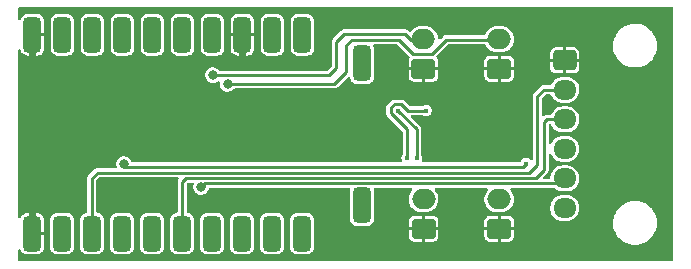
<source format=gbr>
%TF.GenerationSoftware,KiCad,Pcbnew,5.99.0-unknown-7ef9082c86~117~ubuntu18.04.1*%
%TF.CreationDate,2021-03-11T22:58:14+01:00*%
%TF.ProjectId,TSDZ2_nrf_module_board,5453445a-325f-46e7-9266-5f6d6f64756c,rev?*%
%TF.SameCoordinates,Original*%
%TF.FileFunction,Copper,L1,Top*%
%TF.FilePolarity,Positive*%
%FSLAX46Y46*%
G04 Gerber Fmt 4.6, Leading zero omitted, Abs format (unit mm)*
G04 Created by KiCad (PCBNEW 5.99.0-unknown-7ef9082c86~117~ubuntu18.04.1) date 2021-03-11 22:58:14*
%MOMM*%
%LPD*%
G01*
G04 APERTURE LIST*
G04 Aperture macros list*
%AMRoundRect*
0 Rectangle with rounded corners*
0 $1 Rounding radius*
0 $2 $3 $4 $5 $6 $7 $8 $9 X,Y pos of 4 corners*
0 Add a 4 corners polygon primitive as box body*
4,1,4,$2,$3,$4,$5,$6,$7,$8,$9,$2,$3,0*
0 Add four circle primitives for the rounded corners*
1,1,$1+$1,$2,$3*
1,1,$1+$1,$4,$5*
1,1,$1+$1,$6,$7*
1,1,$1+$1,$8,$9*
0 Add four rect primitives between the rounded corners*
20,1,$1+$1,$2,$3,$4,$5,0*
20,1,$1+$1,$4,$5,$6,$7,0*
20,1,$1+$1,$6,$7,$8,$9,0*
20,1,$1+$1,$8,$9,$2,$3,0*%
G04 Aperture macros list end*
%TA.AperFunction,ComponentPad*%
%ADD10RoundRect,0.250000X0.750000X-0.600000X0.750000X0.600000X-0.750000X0.600000X-0.750000X-0.600000X0*%
%TD*%
%TA.AperFunction,ComponentPad*%
%ADD11O,2.000000X1.700000*%
%TD*%
%TA.AperFunction,ComponentPad*%
%ADD12RoundRect,0.250000X-0.725000X0.600000X-0.725000X-0.600000X0.725000X-0.600000X0.725000X0.600000X0*%
%TD*%
%TA.AperFunction,ComponentPad*%
%ADD13O,1.950000X1.700000*%
%TD*%
%TA.AperFunction,ComponentPad*%
%ADD14RoundRect,0.377000X-0.377000X1.131000X-0.377000X-1.131000X0.377000X-1.131000X0.377000X1.131000X0*%
%TD*%
%TA.AperFunction,ViaPad*%
%ADD15C,0.800000*%
%TD*%
%TA.AperFunction,ViaPad*%
%ADD16C,0.450000*%
%TD*%
%TA.AperFunction,Conductor*%
%ADD17C,0.254000*%
%TD*%
%TA.AperFunction,Conductor*%
%ADD18C,0.250000*%
%TD*%
%TA.AperFunction,Conductor*%
%ADD19C,0.609600*%
%TD*%
G04 APERTURE END LIST*
D10*
%TO.P,SW4,1,1*%
%TO.N,GND*%
X83575000Y-64450000D03*
D11*
%TO.P,SW4,2,2*%
%TO.N,/P0.20_POWER*%
X83575000Y-61950000D03*
%TD*%
D10*
%TO.P,SW1,1,1*%
%TO.N,GND*%
X90000000Y-78000000D03*
D11*
%TO.P,SW1,2,2*%
%TO.N,/P0.13_UP*%
X90000000Y-75500000D03*
%TD*%
D12*
%TO.P,J1,1,Pin_1*%
%TO.N,GND*%
X95550000Y-63750000D03*
D13*
%TO.P,J1,2,Pin_2*%
%TO.N,/TSDZ2_BRAKE_INPUT*%
X95550000Y-66250000D03*
%TO.P,J1,3,Pin_3*%
%TO.N,/TSDZ2_RX*%
X95550000Y-68750000D03*
%TO.P,J1,4,Pin_4*%
%TO.N,/V_BATT*%
X95550000Y-71250000D03*
%TO.P,J1,5,Pin_5*%
%TO.N,/TSDZ2_TX*%
X95550000Y-73750000D03*
%TO.P,J1,6,Pin_6*%
%TO.N,/TSDZ2_VIN*%
X95550000Y-76250000D03*
%TD*%
D10*
%TO.P,SW2,1,1*%
%TO.N,GND*%
X90000000Y-64450000D03*
D11*
%TO.P,SW2,2,2*%
%TO.N,/P0.17_DOWN*%
X90000000Y-61950000D03*
%TD*%
D10*
%TO.P,SW3,1,1*%
%TO.N,GND*%
X83600000Y-78000000D03*
D11*
%TO.P,SW3,2,2*%
%TO.N,/P0.15_ENTER*%
X83600000Y-75500000D03*
%TD*%
D14*
%TO.P,U1,0.02,0.02*%
%TO.N,N/C*%
X60638000Y-61580000D03*
%TO.P,U1,0.09,0.09*%
%TO.N,/TSDZ2_BRAKE_INPUT*%
X55525000Y-78420000D03*
%TO.P,U1,0.10,0.10*%
%TO.N,N/C*%
X52985000Y-78420000D03*
%TO.P,U1,0.13,0.13*%
%TO.N,/P0.13_UP*%
X73305000Y-78420000D03*
%TO.P,U1,0.15,0.15*%
%TO.N,/P0.15_ENTER*%
X70765000Y-78420000D03*
%TO.P,U1,0.17,0.17*%
%TO.N,/P0.17_DOWN*%
X68225000Y-78420000D03*
%TO.P,U1,0.20,0.20*%
%TO.N,/P0.20_POWER*%
X65685000Y-78420000D03*
%TO.P,U1,0.22,0.22*%
%TO.N,/TSDZ2_RX*%
X63145000Y-78420000D03*
%TO.P,U1,0.24,0.24*%
%TO.N,/TSDZ2_TX*%
X60605000Y-78420000D03*
%TO.P,U1,0.29,0.29*%
%TO.N,N/C*%
X63178000Y-61580000D03*
%TO.P,U1,0.31,0.31*%
X65718000Y-61580000D03*
%TO.P,U1,1.00,1.00*%
%TO.N,/P1.00_VIN_CTRL*%
X58065000Y-78420000D03*
%TO.P,U1,1.10,1.10*%
%TO.N,N/C*%
X53018000Y-61580000D03*
%TO.P,U1,1.13,1.13*%
X55558000Y-61580000D03*
%TO.P,U1,1.15,1.15*%
X58098000Y-61580000D03*
%TO.P,U1,G1,GND*%
%TO.N,GND*%
X50445000Y-78420000D03*
%TO.P,U1,G2,GND*%
X50478000Y-61580000D03*
%TO.P,U1,G3,GND*%
X68258000Y-61580000D03*
%TO.P,U1,OUT,OUT*%
%TO.N,N/C*%
X70798000Y-61580000D03*
%TO.P,U1,SWDCLK,SWDCLK*%
X78385000Y-63993000D03*
%TO.P,U1,SWDIO,SWDIO*%
X78385000Y-76007000D03*
%TO.P,U1,VBUS,VBUS*%
%TO.N,VBUS*%
X73338000Y-61580000D03*
%TD*%
D15*
%TO.N,/TSDZ2_TX*%
X64750000Y-74477000D03*
D16*
%TO.N,/V_BATT*%
X83800000Y-68000000D03*
X82200000Y-72000000D03*
%TO.N,VBUS*%
X83000000Y-72000000D03*
X81400000Y-68000000D03*
D15*
%TO.N,/P0.17_DOWN*%
X67000000Y-65750000D03*
%TO.N,/P0.20_POWER*%
X65750000Y-65000000D03*
%TO.N,/P1.00_VIN_CTRL*%
X58230104Y-72522990D03*
D16*
X92250000Y-72500000D03*
%TD*%
D17*
%TO.N,/TSDZ2_TX*%
X79921980Y-74171980D02*
X65055020Y-74171980D01*
X65055020Y-74171980D02*
X64750000Y-74477000D01*
X64750000Y-74477000D02*
X65022980Y-74204020D01*
X95128020Y-74171980D02*
X95550000Y-73750000D01*
X79921980Y-74171980D02*
X95128020Y-74171980D01*
X77720588Y-74171980D02*
X79921980Y-74171980D01*
%TO.N,/V_BATT*%
X83800000Y-68000000D02*
X82250000Y-68000000D01*
X80847989Y-67735034D02*
X80847989Y-67752011D01*
X81697989Y-67447989D02*
X81135034Y-67447989D01*
X82250000Y-68000000D02*
X81697989Y-67447989D01*
X80800000Y-67800000D02*
X80800000Y-68200000D01*
X81697989Y-67447989D02*
X81600000Y-67447989D01*
X80800000Y-68200000D02*
X82200000Y-69600000D01*
X82200000Y-69600000D02*
X82200000Y-72000000D01*
X81135034Y-67447989D02*
X80847989Y-67735034D01*
X80847989Y-67752011D02*
X80800000Y-67800000D01*
D18*
%TO.N,/TSDZ2_RX*%
X64482030Y-73717970D02*
X93082030Y-73717970D01*
D17*
X93082030Y-73717970D02*
X93800000Y-73000000D01*
D18*
X63482030Y-73717970D02*
X93082030Y-73717970D01*
D17*
X95550000Y-68750000D02*
X94050000Y-68750000D01*
D18*
X63145000Y-74055000D02*
X63482030Y-73717970D01*
D17*
X94050000Y-68750000D02*
X93800000Y-69000000D01*
D18*
X63145000Y-75055000D02*
X63145000Y-74055000D01*
D17*
X93800000Y-73000000D02*
X93800000Y-69000000D01*
X63145000Y-77620000D02*
X63145000Y-75055000D01*
%TO.N,/TSDZ2_BRAKE_INPUT*%
X55500000Y-73750000D02*
X56000000Y-73250000D01*
X55500000Y-77595000D02*
X55500000Y-73750000D01*
X93200000Y-72600000D02*
X93200000Y-66800000D01*
X93200000Y-66800000D02*
X93750000Y-66250000D01*
X92550000Y-73250000D02*
X93200000Y-72600000D01*
X56000000Y-73250000D02*
X92550000Y-73250000D01*
X55525000Y-77620000D02*
X55500000Y-77595000D01*
X93750000Y-66250000D02*
X95550000Y-66250000D01*
D19*
%TO.N,GND*%
X50445000Y-62413000D02*
X50478000Y-62380000D01*
X50445000Y-77620000D02*
X50445000Y-75655000D01*
X50478000Y-62380000D02*
X50478000Y-63978000D01*
X68258000Y-62380000D02*
X68258000Y-63958000D01*
D17*
%TO.N,VBUS*%
X83000000Y-72000000D02*
X83000000Y-69600000D01*
X83000000Y-69600000D02*
X81400000Y-68000000D01*
%TO.N,/P0.17_DOWN*%
X73250000Y-65750000D02*
X69500000Y-65750000D01*
X84322980Y-63177020D02*
X82677020Y-63177020D01*
X82677020Y-63177020D02*
X81500000Y-62000000D01*
X69500000Y-65750000D02*
X67000000Y-65750000D01*
X73450000Y-65750000D02*
X73250000Y-65750000D01*
X85500000Y-62000000D02*
X84322980Y-63177020D01*
X90000000Y-62000000D02*
X85500000Y-62000000D01*
X73750000Y-65750000D02*
X73450000Y-65750000D01*
D18*
X76050000Y-65750000D02*
X75550000Y-65750000D01*
X76050000Y-65750000D02*
X73250000Y-65750000D01*
X77050000Y-64750000D02*
X76050000Y-65750000D01*
X77050000Y-62450000D02*
X77050000Y-64750000D01*
D17*
X69500000Y-65750000D02*
X68250000Y-65750000D01*
D18*
X77500000Y-62000000D02*
X77050000Y-62450000D01*
D17*
X81500000Y-62000000D02*
X77500000Y-62000000D01*
D18*
%TO.N,/P0.20_POWER*%
X76200000Y-64200000D02*
X76200000Y-62200000D01*
X75600000Y-65000000D02*
X76200000Y-64400000D01*
D17*
X82500000Y-62000000D02*
X82000000Y-61500000D01*
D18*
X77000000Y-61500000D02*
X76900000Y-61500000D01*
D17*
X82000000Y-61500000D02*
X81000000Y-61500000D01*
X73500000Y-65000000D02*
X65750000Y-65000000D01*
D18*
X76200000Y-64400000D02*
X76200000Y-64200000D01*
X76900000Y-61500000D02*
X76200000Y-62200000D01*
D17*
X82000000Y-61500000D02*
X77900000Y-61500000D01*
X83203960Y-61703960D02*
X83500000Y-62000000D01*
D18*
X75600000Y-65000000D02*
X73500000Y-65000000D01*
D17*
X83500000Y-62000000D02*
X82500000Y-62000000D01*
X77900000Y-61500000D02*
X77000000Y-61500000D01*
%TO.N,/P1.00_VIN_CTRL*%
X58250000Y-72750000D02*
X58230104Y-72730104D01*
X87250000Y-72750000D02*
X92000000Y-72750000D01*
X87750000Y-72750000D02*
X87250000Y-72750000D01*
X87250000Y-72750000D02*
X85500000Y-72750000D01*
X87750000Y-72750000D02*
X58250000Y-72750000D01*
X58230104Y-72730104D02*
X58230104Y-72522990D01*
X92000000Y-72750000D02*
X92250000Y-72500000D01*
%TD*%
%TA.AperFunction,Conductor*%
%TO.N,GND*%
G36*
X104688121Y-59274002D02*
G01*
X104734614Y-59327658D01*
X104746000Y-59380000D01*
X104746000Y-80620000D01*
X104725998Y-80688121D01*
X104672342Y-80734614D01*
X104620000Y-80746000D01*
X49380000Y-80746000D01*
X49311879Y-80725998D01*
X49265386Y-80672342D01*
X49254000Y-80620000D01*
X49254000Y-79869639D01*
X49274002Y-79801518D01*
X49327658Y-79755025D01*
X49397932Y-79744921D01*
X49462512Y-79774415D01*
X49497152Y-79823255D01*
X49507752Y-79850026D01*
X49515328Y-79863808D01*
X49599716Y-79979958D01*
X49610484Y-79991425D01*
X49721107Y-80082941D01*
X49734386Y-80091368D01*
X49864291Y-80152496D01*
X49879252Y-80157357D01*
X50002591Y-80180886D01*
X50014379Y-80182000D01*
X50857620Y-80182000D01*
X50865510Y-80181503D01*
X50972302Y-80168013D01*
X50987535Y-80164102D01*
X51121026Y-80111249D01*
X51134808Y-80103672D01*
X51250958Y-80019284D01*
X51262425Y-80008516D01*
X51353941Y-79897893D01*
X51362368Y-79884614D01*
X51423496Y-79754709D01*
X51428357Y-79739748D01*
X51451886Y-79616409D01*
X51453000Y-79604621D01*
X51453000Y-78565115D01*
X51448525Y-78549876D01*
X51447135Y-78548671D01*
X51439452Y-78547000D01*
X50444000Y-78547000D01*
X50375879Y-78526998D01*
X50329386Y-78473342D01*
X50318000Y-78421000D01*
X50318000Y-78419000D01*
X50338002Y-78350879D01*
X50391658Y-78304386D01*
X50444000Y-78293000D01*
X51434885Y-78293000D01*
X51450124Y-78288525D01*
X51451329Y-78287135D01*
X51453000Y-78279452D01*
X51453000Y-77253380D01*
X51452503Y-77245490D01*
X51450472Y-77229408D01*
X51976500Y-77229408D01*
X51976500Y-79590579D01*
X51991497Y-79709291D01*
X52050231Y-79857636D01*
X52054889Y-79864047D01*
X52054890Y-79864049D01*
X52075237Y-79892054D01*
X52144011Y-79986714D01*
X52266946Y-80088415D01*
X52274112Y-80091787D01*
X52404142Y-80152974D01*
X52404145Y-80152975D01*
X52411311Y-80156347D01*
X52475003Y-80168497D01*
X52542567Y-80181386D01*
X52542570Y-80181386D01*
X52548408Y-80182500D01*
X53401579Y-80182500D01*
X53458030Y-80175368D01*
X53512426Y-80168497D01*
X53512429Y-80168496D01*
X53520291Y-80167503D01*
X53527658Y-80164586D01*
X53527659Y-80164586D01*
X53561276Y-80151276D01*
X53668636Y-80108769D01*
X53675652Y-80103672D01*
X53791301Y-80019648D01*
X53797714Y-80014989D01*
X53899415Y-79892054D01*
X53931789Y-79823255D01*
X53963974Y-79754858D01*
X53963975Y-79754855D01*
X53967347Y-79747689D01*
X53993500Y-79610592D01*
X53993500Y-77249421D01*
X53990972Y-77229408D01*
X54516500Y-77229408D01*
X54516500Y-79590579D01*
X54531497Y-79709291D01*
X54590231Y-79857636D01*
X54594889Y-79864047D01*
X54594890Y-79864049D01*
X54615237Y-79892054D01*
X54684011Y-79986714D01*
X54806946Y-80088415D01*
X54814112Y-80091787D01*
X54944142Y-80152974D01*
X54944145Y-80152975D01*
X54951311Y-80156347D01*
X55015003Y-80168497D01*
X55082567Y-80181386D01*
X55082570Y-80181386D01*
X55088408Y-80182500D01*
X55941579Y-80182500D01*
X55998030Y-80175368D01*
X56052426Y-80168497D01*
X56052429Y-80168496D01*
X56060291Y-80167503D01*
X56067658Y-80164586D01*
X56067659Y-80164586D01*
X56101276Y-80151276D01*
X56208636Y-80108769D01*
X56215652Y-80103672D01*
X56331301Y-80019648D01*
X56337714Y-80014989D01*
X56439415Y-79892054D01*
X56471789Y-79823255D01*
X56503974Y-79754858D01*
X56503975Y-79754855D01*
X56507347Y-79747689D01*
X56533500Y-79610592D01*
X56533500Y-77249421D01*
X56530972Y-77229408D01*
X57056500Y-77229408D01*
X57056500Y-79590579D01*
X57071497Y-79709291D01*
X57130231Y-79857636D01*
X57134889Y-79864047D01*
X57134890Y-79864049D01*
X57155237Y-79892054D01*
X57224011Y-79986714D01*
X57346946Y-80088415D01*
X57354112Y-80091787D01*
X57484142Y-80152974D01*
X57484145Y-80152975D01*
X57491311Y-80156347D01*
X57555003Y-80168497D01*
X57622567Y-80181386D01*
X57622570Y-80181386D01*
X57628408Y-80182500D01*
X58481579Y-80182500D01*
X58538030Y-80175368D01*
X58592426Y-80168497D01*
X58592429Y-80168496D01*
X58600291Y-80167503D01*
X58607658Y-80164586D01*
X58607659Y-80164586D01*
X58641276Y-80151276D01*
X58748636Y-80108769D01*
X58755652Y-80103672D01*
X58871301Y-80019648D01*
X58877714Y-80014989D01*
X58979415Y-79892054D01*
X59011789Y-79823255D01*
X59043974Y-79754858D01*
X59043975Y-79754855D01*
X59047347Y-79747689D01*
X59073500Y-79610592D01*
X59073500Y-77249421D01*
X59070972Y-77229408D01*
X59596500Y-77229408D01*
X59596500Y-79590579D01*
X59611497Y-79709291D01*
X59670231Y-79857636D01*
X59674889Y-79864047D01*
X59674890Y-79864049D01*
X59695237Y-79892054D01*
X59764011Y-79986714D01*
X59886946Y-80088415D01*
X59894112Y-80091787D01*
X60024142Y-80152974D01*
X60024145Y-80152975D01*
X60031311Y-80156347D01*
X60095003Y-80168497D01*
X60162567Y-80181386D01*
X60162570Y-80181386D01*
X60168408Y-80182500D01*
X61021579Y-80182500D01*
X61078030Y-80175368D01*
X61132426Y-80168497D01*
X61132429Y-80168496D01*
X61140291Y-80167503D01*
X61147658Y-80164586D01*
X61147659Y-80164586D01*
X61181276Y-80151276D01*
X61288636Y-80108769D01*
X61295652Y-80103672D01*
X61411301Y-80019648D01*
X61417714Y-80014989D01*
X61519415Y-79892054D01*
X61551789Y-79823255D01*
X61583974Y-79754858D01*
X61583975Y-79754855D01*
X61587347Y-79747689D01*
X61613500Y-79610592D01*
X61613500Y-77249421D01*
X61603924Y-77173620D01*
X61599497Y-77138574D01*
X61599496Y-77138571D01*
X61598503Y-77130709D01*
X61539769Y-76982364D01*
X61528955Y-76967479D01*
X61481283Y-76901865D01*
X61445989Y-76853286D01*
X61323054Y-76751585D01*
X61249688Y-76717062D01*
X61185858Y-76687026D01*
X61185855Y-76687025D01*
X61178689Y-76683653D01*
X61088892Y-76666523D01*
X61047433Y-76658614D01*
X61047430Y-76658614D01*
X61041592Y-76657500D01*
X60188421Y-76657500D01*
X60131970Y-76664632D01*
X60077574Y-76671503D01*
X60077571Y-76671504D01*
X60069709Y-76672497D01*
X60062342Y-76675414D01*
X60062341Y-76675414D01*
X60061119Y-76675898D01*
X59921364Y-76731231D01*
X59914953Y-76735889D01*
X59914951Y-76735890D01*
X59856825Y-76778121D01*
X59792286Y-76825011D01*
X59690585Y-76947946D01*
X59687213Y-76955112D01*
X59631773Y-77072930D01*
X59622653Y-77092311D01*
X59617236Y-77120709D01*
X59603704Y-77191646D01*
X59596500Y-77229408D01*
X59070972Y-77229408D01*
X59063924Y-77173620D01*
X59059497Y-77138574D01*
X59059496Y-77138571D01*
X59058503Y-77130709D01*
X58999769Y-76982364D01*
X58988955Y-76967479D01*
X58941283Y-76901865D01*
X58905989Y-76853286D01*
X58783054Y-76751585D01*
X58709688Y-76717062D01*
X58645858Y-76687026D01*
X58645855Y-76687025D01*
X58638689Y-76683653D01*
X58548892Y-76666523D01*
X58507433Y-76658614D01*
X58507430Y-76658614D01*
X58501592Y-76657500D01*
X57648421Y-76657500D01*
X57591970Y-76664632D01*
X57537574Y-76671503D01*
X57537571Y-76671504D01*
X57529709Y-76672497D01*
X57522342Y-76675414D01*
X57522341Y-76675414D01*
X57521119Y-76675898D01*
X57381364Y-76731231D01*
X57374953Y-76735889D01*
X57374951Y-76735890D01*
X57316825Y-76778121D01*
X57252286Y-76825011D01*
X57150585Y-76947946D01*
X57147213Y-76955112D01*
X57091773Y-77072930D01*
X57082653Y-77092311D01*
X57077236Y-77120709D01*
X57063704Y-77191646D01*
X57056500Y-77229408D01*
X56530972Y-77229408D01*
X56523924Y-77173620D01*
X56519497Y-77138574D01*
X56519496Y-77138571D01*
X56518503Y-77130709D01*
X56459769Y-76982364D01*
X56448955Y-76967479D01*
X56401283Y-76901865D01*
X56365989Y-76853286D01*
X56243054Y-76751585D01*
X56169688Y-76717062D01*
X56105858Y-76687026D01*
X56105855Y-76687025D01*
X56098689Y-76683653D01*
X55983889Y-76661753D01*
X55920724Y-76629342D01*
X55885109Y-76567925D01*
X55881500Y-76537986D01*
X55881500Y-73960213D01*
X55901502Y-73892092D01*
X55918405Y-73871118D01*
X56121118Y-73668405D01*
X56183430Y-73634379D01*
X56210213Y-73631500D01*
X62736118Y-73631500D01*
X62804239Y-73651502D01*
X62850732Y-73705158D01*
X62860836Y-73775432D01*
X62835069Y-73835505D01*
X62808060Y-73869766D01*
X62805029Y-73878397D01*
X62799708Y-73885843D01*
X62796724Y-73895821D01*
X62796723Y-73895823D01*
X62785026Y-73934935D01*
X62783193Y-73940576D01*
X62766225Y-73988893D01*
X62765500Y-73997265D01*
X62765500Y-73999974D01*
X62765487Y-74000267D01*
X62763531Y-74006809D01*
X62763940Y-74017216D01*
X62765403Y-74054445D01*
X62765500Y-74059393D01*
X62765500Y-74974078D01*
X62763963Y-74988524D01*
X62764255Y-74988549D01*
X62763500Y-74997267D01*
X62763500Y-76541985D01*
X62743498Y-76610106D01*
X62689842Y-76656599D01*
X62653293Y-76666991D01*
X62609709Y-76672497D01*
X62602342Y-76675414D01*
X62602341Y-76675414D01*
X62601119Y-76675898D01*
X62461364Y-76731231D01*
X62454953Y-76735889D01*
X62454951Y-76735890D01*
X62396825Y-76778121D01*
X62332286Y-76825011D01*
X62230585Y-76947946D01*
X62227213Y-76955112D01*
X62171773Y-77072930D01*
X62162653Y-77092311D01*
X62157236Y-77120709D01*
X62143704Y-77191646D01*
X62136500Y-77229408D01*
X62136500Y-79590579D01*
X62151497Y-79709291D01*
X62210231Y-79857636D01*
X62214889Y-79864047D01*
X62214890Y-79864049D01*
X62235237Y-79892054D01*
X62304011Y-79986714D01*
X62426946Y-80088415D01*
X62434112Y-80091787D01*
X62564142Y-80152974D01*
X62564145Y-80152975D01*
X62571311Y-80156347D01*
X62635003Y-80168497D01*
X62702567Y-80181386D01*
X62702570Y-80181386D01*
X62708408Y-80182500D01*
X63561579Y-80182500D01*
X63618030Y-80175368D01*
X63672426Y-80168497D01*
X63672429Y-80168496D01*
X63680291Y-80167503D01*
X63687658Y-80164586D01*
X63687659Y-80164586D01*
X63721276Y-80151276D01*
X63828636Y-80108769D01*
X63835652Y-80103672D01*
X63951301Y-80019648D01*
X63957714Y-80014989D01*
X64059415Y-79892054D01*
X64091789Y-79823255D01*
X64123974Y-79754858D01*
X64123975Y-79754855D01*
X64127347Y-79747689D01*
X64153500Y-79610592D01*
X64153500Y-77249421D01*
X64150972Y-77229408D01*
X64676500Y-77229408D01*
X64676500Y-79590579D01*
X64691497Y-79709291D01*
X64750231Y-79857636D01*
X64754889Y-79864047D01*
X64754890Y-79864049D01*
X64775237Y-79892054D01*
X64844011Y-79986714D01*
X64966946Y-80088415D01*
X64974112Y-80091787D01*
X65104142Y-80152974D01*
X65104145Y-80152975D01*
X65111311Y-80156347D01*
X65175003Y-80168497D01*
X65242567Y-80181386D01*
X65242570Y-80181386D01*
X65248408Y-80182500D01*
X66101579Y-80182500D01*
X66158030Y-80175368D01*
X66212426Y-80168497D01*
X66212429Y-80168496D01*
X66220291Y-80167503D01*
X66227658Y-80164586D01*
X66227659Y-80164586D01*
X66261276Y-80151276D01*
X66368636Y-80108769D01*
X66375652Y-80103672D01*
X66491301Y-80019648D01*
X66497714Y-80014989D01*
X66599415Y-79892054D01*
X66631789Y-79823255D01*
X66663974Y-79754858D01*
X66663975Y-79754855D01*
X66667347Y-79747689D01*
X66693500Y-79610592D01*
X66693500Y-77249421D01*
X66690972Y-77229408D01*
X67216500Y-77229408D01*
X67216500Y-79590579D01*
X67231497Y-79709291D01*
X67290231Y-79857636D01*
X67294889Y-79864047D01*
X67294890Y-79864049D01*
X67315237Y-79892054D01*
X67384011Y-79986714D01*
X67506946Y-80088415D01*
X67514112Y-80091787D01*
X67644142Y-80152974D01*
X67644145Y-80152975D01*
X67651311Y-80156347D01*
X67715003Y-80168497D01*
X67782567Y-80181386D01*
X67782570Y-80181386D01*
X67788408Y-80182500D01*
X68641579Y-80182500D01*
X68698030Y-80175368D01*
X68752426Y-80168497D01*
X68752429Y-80168496D01*
X68760291Y-80167503D01*
X68767658Y-80164586D01*
X68767659Y-80164586D01*
X68801276Y-80151276D01*
X68908636Y-80108769D01*
X68915652Y-80103672D01*
X69031301Y-80019648D01*
X69037714Y-80014989D01*
X69139415Y-79892054D01*
X69171789Y-79823255D01*
X69203974Y-79754858D01*
X69203975Y-79754855D01*
X69207347Y-79747689D01*
X69233500Y-79610592D01*
X69233500Y-77249421D01*
X69230972Y-77229408D01*
X69756500Y-77229408D01*
X69756500Y-79590579D01*
X69771497Y-79709291D01*
X69830231Y-79857636D01*
X69834889Y-79864047D01*
X69834890Y-79864049D01*
X69855237Y-79892054D01*
X69924011Y-79986714D01*
X70046946Y-80088415D01*
X70054112Y-80091787D01*
X70184142Y-80152974D01*
X70184145Y-80152975D01*
X70191311Y-80156347D01*
X70255003Y-80168497D01*
X70322567Y-80181386D01*
X70322570Y-80181386D01*
X70328408Y-80182500D01*
X71181579Y-80182500D01*
X71238030Y-80175368D01*
X71292426Y-80168497D01*
X71292429Y-80168496D01*
X71300291Y-80167503D01*
X71307658Y-80164586D01*
X71307659Y-80164586D01*
X71341276Y-80151276D01*
X71448636Y-80108769D01*
X71455652Y-80103672D01*
X71571301Y-80019648D01*
X71577714Y-80014989D01*
X71679415Y-79892054D01*
X71711789Y-79823255D01*
X71743974Y-79754858D01*
X71743975Y-79754855D01*
X71747347Y-79747689D01*
X71773500Y-79610592D01*
X71773500Y-77249421D01*
X71770972Y-77229408D01*
X72296500Y-77229408D01*
X72296500Y-79590579D01*
X72311497Y-79709291D01*
X72370231Y-79857636D01*
X72374889Y-79864047D01*
X72374890Y-79864049D01*
X72395237Y-79892054D01*
X72464011Y-79986714D01*
X72586946Y-80088415D01*
X72594112Y-80091787D01*
X72724142Y-80152974D01*
X72724145Y-80152975D01*
X72731311Y-80156347D01*
X72795003Y-80168497D01*
X72862567Y-80181386D01*
X72862570Y-80181386D01*
X72868408Y-80182500D01*
X73721579Y-80182500D01*
X73778030Y-80175368D01*
X73832426Y-80168497D01*
X73832429Y-80168496D01*
X73840291Y-80167503D01*
X73847658Y-80164586D01*
X73847659Y-80164586D01*
X73881276Y-80151276D01*
X73988636Y-80108769D01*
X73995652Y-80103672D01*
X74111301Y-80019648D01*
X74117714Y-80014989D01*
X74219415Y-79892054D01*
X74251789Y-79823255D01*
X74283974Y-79754858D01*
X74283975Y-79754855D01*
X74287347Y-79747689D01*
X74313500Y-79610592D01*
X74313500Y-78140548D01*
X82346000Y-78140548D01*
X82346000Y-78630432D01*
X82346636Y-78639352D01*
X82360186Y-78733969D01*
X82365175Y-78751031D01*
X82417479Y-78866068D01*
X82427048Y-78881030D01*
X82509536Y-78976764D01*
X82522930Y-78988447D01*
X82628961Y-79057173D01*
X82645104Y-79064632D01*
X82768231Y-79101455D01*
X82781265Y-79103859D01*
X82785062Y-79104000D01*
X83454885Y-79104000D01*
X83470124Y-79099525D01*
X83471329Y-79098135D01*
X83473000Y-79090452D01*
X83473000Y-78145115D01*
X83471659Y-78140548D01*
X83727000Y-78140548D01*
X83727000Y-79085885D01*
X83731475Y-79101124D01*
X83732865Y-79102329D01*
X83740548Y-79104000D01*
X84380432Y-79104000D01*
X84389352Y-79103364D01*
X84483969Y-79089814D01*
X84501031Y-79084825D01*
X84616068Y-79032521D01*
X84631030Y-79022952D01*
X84726764Y-78940464D01*
X84738447Y-78927070D01*
X84807173Y-78821039D01*
X84814632Y-78804896D01*
X84851455Y-78681769D01*
X84853859Y-78668735D01*
X84854000Y-78664938D01*
X84854000Y-78145115D01*
X84852659Y-78140548D01*
X88746000Y-78140548D01*
X88746000Y-78630432D01*
X88746636Y-78639352D01*
X88760186Y-78733969D01*
X88765175Y-78751031D01*
X88817479Y-78866068D01*
X88827048Y-78881030D01*
X88909536Y-78976764D01*
X88922930Y-78988447D01*
X89028961Y-79057173D01*
X89045104Y-79064632D01*
X89168231Y-79101455D01*
X89181265Y-79103859D01*
X89185062Y-79104000D01*
X89854885Y-79104000D01*
X89870124Y-79099525D01*
X89871329Y-79098135D01*
X89873000Y-79090452D01*
X89873000Y-78145115D01*
X89871659Y-78140548D01*
X90127000Y-78140548D01*
X90127000Y-79085885D01*
X90131475Y-79101124D01*
X90132865Y-79102329D01*
X90140548Y-79104000D01*
X90780432Y-79104000D01*
X90789352Y-79103364D01*
X90883969Y-79089814D01*
X90901031Y-79084825D01*
X91016068Y-79032521D01*
X91031030Y-79022952D01*
X91126764Y-78940464D01*
X91138447Y-78927070D01*
X91207173Y-78821039D01*
X91214632Y-78804896D01*
X91251455Y-78681769D01*
X91253859Y-78668735D01*
X91254000Y-78664938D01*
X91254000Y-78145115D01*
X91249525Y-78129876D01*
X91248135Y-78128671D01*
X91240452Y-78127000D01*
X90145115Y-78127000D01*
X90129876Y-78131475D01*
X90128671Y-78132865D01*
X90127000Y-78140548D01*
X89871659Y-78140548D01*
X89868525Y-78129876D01*
X89867135Y-78128671D01*
X89859452Y-78127000D01*
X88764115Y-78127000D01*
X88748876Y-78131475D01*
X88747671Y-78132865D01*
X88746000Y-78140548D01*
X84852659Y-78140548D01*
X84849525Y-78129876D01*
X84848135Y-78128671D01*
X84840452Y-78127000D01*
X83745115Y-78127000D01*
X83729876Y-78131475D01*
X83728671Y-78132865D01*
X83727000Y-78140548D01*
X83471659Y-78140548D01*
X83468525Y-78129876D01*
X83467135Y-78128671D01*
X83459452Y-78127000D01*
X82364115Y-78127000D01*
X82348876Y-78131475D01*
X82347671Y-78132865D01*
X82346000Y-78140548D01*
X74313500Y-78140548D01*
X74313500Y-77249421D01*
X74303924Y-77173620D01*
X74299497Y-77138574D01*
X74299496Y-77138571D01*
X74298503Y-77130709D01*
X74239769Y-76982364D01*
X74228955Y-76967479D01*
X74181283Y-76901865D01*
X74145989Y-76853286D01*
X74023054Y-76751585D01*
X73949688Y-76717062D01*
X73885858Y-76687026D01*
X73885855Y-76687025D01*
X73878689Y-76683653D01*
X73788892Y-76666523D01*
X73747433Y-76658614D01*
X73747430Y-76658614D01*
X73741592Y-76657500D01*
X72888421Y-76657500D01*
X72831970Y-76664632D01*
X72777574Y-76671503D01*
X72777571Y-76671504D01*
X72769709Y-76672497D01*
X72762342Y-76675414D01*
X72762341Y-76675414D01*
X72761119Y-76675898D01*
X72621364Y-76731231D01*
X72614953Y-76735889D01*
X72614951Y-76735890D01*
X72556825Y-76778121D01*
X72492286Y-76825011D01*
X72390585Y-76947946D01*
X72387213Y-76955112D01*
X72331773Y-77072930D01*
X72322653Y-77092311D01*
X72317236Y-77120709D01*
X72303704Y-77191646D01*
X72296500Y-77229408D01*
X71770972Y-77229408D01*
X71763924Y-77173620D01*
X71759497Y-77138574D01*
X71759496Y-77138571D01*
X71758503Y-77130709D01*
X71699769Y-76982364D01*
X71688955Y-76967479D01*
X71641283Y-76901865D01*
X71605989Y-76853286D01*
X71483054Y-76751585D01*
X71409688Y-76717062D01*
X71345858Y-76687026D01*
X71345855Y-76687025D01*
X71338689Y-76683653D01*
X71248892Y-76666523D01*
X71207433Y-76658614D01*
X71207430Y-76658614D01*
X71201592Y-76657500D01*
X70348421Y-76657500D01*
X70291970Y-76664632D01*
X70237574Y-76671503D01*
X70237571Y-76671504D01*
X70229709Y-76672497D01*
X70222342Y-76675414D01*
X70222341Y-76675414D01*
X70221119Y-76675898D01*
X70081364Y-76731231D01*
X70074953Y-76735889D01*
X70074951Y-76735890D01*
X70016825Y-76778121D01*
X69952286Y-76825011D01*
X69850585Y-76947946D01*
X69847213Y-76955112D01*
X69791773Y-77072930D01*
X69782653Y-77092311D01*
X69777236Y-77120709D01*
X69763704Y-77191646D01*
X69756500Y-77229408D01*
X69230972Y-77229408D01*
X69223924Y-77173620D01*
X69219497Y-77138574D01*
X69219496Y-77138571D01*
X69218503Y-77130709D01*
X69159769Y-76982364D01*
X69148955Y-76967479D01*
X69101283Y-76901865D01*
X69065989Y-76853286D01*
X68943054Y-76751585D01*
X68869688Y-76717062D01*
X68805858Y-76687026D01*
X68805855Y-76687025D01*
X68798689Y-76683653D01*
X68708892Y-76666523D01*
X68667433Y-76658614D01*
X68667430Y-76658614D01*
X68661592Y-76657500D01*
X67808421Y-76657500D01*
X67751970Y-76664632D01*
X67697574Y-76671503D01*
X67697571Y-76671504D01*
X67689709Y-76672497D01*
X67682342Y-76675414D01*
X67682341Y-76675414D01*
X67681119Y-76675898D01*
X67541364Y-76731231D01*
X67534953Y-76735889D01*
X67534951Y-76735890D01*
X67476825Y-76778121D01*
X67412286Y-76825011D01*
X67310585Y-76947946D01*
X67307213Y-76955112D01*
X67251773Y-77072930D01*
X67242653Y-77092311D01*
X67237236Y-77120709D01*
X67223704Y-77191646D01*
X67216500Y-77229408D01*
X66690972Y-77229408D01*
X66683924Y-77173620D01*
X66679497Y-77138574D01*
X66679496Y-77138571D01*
X66678503Y-77130709D01*
X66619769Y-76982364D01*
X66608955Y-76967479D01*
X66561283Y-76901865D01*
X66525989Y-76853286D01*
X66403054Y-76751585D01*
X66329688Y-76717062D01*
X66265858Y-76687026D01*
X66265855Y-76687025D01*
X66258689Y-76683653D01*
X66168892Y-76666523D01*
X66127433Y-76658614D01*
X66127430Y-76658614D01*
X66121592Y-76657500D01*
X65268421Y-76657500D01*
X65211970Y-76664632D01*
X65157574Y-76671503D01*
X65157571Y-76671504D01*
X65149709Y-76672497D01*
X65142342Y-76675414D01*
X65142341Y-76675414D01*
X65141119Y-76675898D01*
X65001364Y-76731231D01*
X64994953Y-76735889D01*
X64994951Y-76735890D01*
X64936825Y-76778121D01*
X64872286Y-76825011D01*
X64770585Y-76947946D01*
X64767213Y-76955112D01*
X64711773Y-77072930D01*
X64702653Y-77092311D01*
X64697236Y-77120709D01*
X64683704Y-77191646D01*
X64676500Y-77229408D01*
X64150972Y-77229408D01*
X64143924Y-77173620D01*
X64139497Y-77138574D01*
X64139496Y-77138571D01*
X64138503Y-77130709D01*
X64079769Y-76982364D01*
X64068955Y-76967479D01*
X64021283Y-76901865D01*
X63985989Y-76853286D01*
X63863054Y-76751585D01*
X63789688Y-76717062D01*
X63725858Y-76687026D01*
X63725855Y-76687025D01*
X63718689Y-76683653D01*
X63628889Y-76666523D01*
X63565724Y-76634111D01*
X63530109Y-76572694D01*
X63526500Y-76542755D01*
X63526500Y-75024960D01*
X63525646Y-75019828D01*
X63525218Y-75014653D01*
X63525500Y-75014630D01*
X63524500Y-75002531D01*
X63524500Y-74264384D01*
X63544502Y-74196263D01*
X63561405Y-74175289D01*
X63602319Y-74134375D01*
X63664631Y-74100349D01*
X63691414Y-74097470D01*
X64009486Y-74097470D01*
X64077607Y-74117472D01*
X64124100Y-74171128D01*
X64134204Y-74241402D01*
X64131531Y-74254791D01*
X64095700Y-74394343D01*
X64095700Y-74559657D01*
X64136812Y-74719778D01*
X64216453Y-74864644D01*
X64221877Y-74870420D01*
X64276380Y-74928459D01*
X64329619Y-74985153D01*
X64469199Y-75073733D01*
X64476738Y-75076183D01*
X64476741Y-75076184D01*
X64618884Y-75122369D01*
X64618886Y-75122369D01*
X64626422Y-75124818D01*
X64634331Y-75125316D01*
X64634333Y-75125316D01*
X64708916Y-75130009D01*
X64791410Y-75135199D01*
X64799194Y-75133714D01*
X64799196Y-75133714D01*
X64946013Y-75105707D01*
X64946014Y-75105707D01*
X64953797Y-75104222D01*
X65103378Y-75033834D01*
X65109483Y-75028784D01*
X65109487Y-75028781D01*
X65224647Y-74933512D01*
X65230755Y-74928459D01*
X65296627Y-74837794D01*
X65323265Y-74801130D01*
X65323266Y-74801128D01*
X65327924Y-74794717D01*
X65333690Y-74780155D01*
X65385864Y-74648380D01*
X65385865Y-74648376D01*
X65388781Y-74641011D01*
X65389906Y-74641456D01*
X65422236Y-74587141D01*
X65485767Y-74555451D01*
X65507965Y-74553480D01*
X77274349Y-74553480D01*
X77342470Y-74573482D01*
X77388963Y-74627138D01*
X77398117Y-74703090D01*
X77376500Y-74816408D01*
X77376500Y-77177579D01*
X77379766Y-77203433D01*
X77389672Y-77281841D01*
X77391497Y-77296291D01*
X77394414Y-77303658D01*
X77394414Y-77303659D01*
X77399029Y-77315315D01*
X77450231Y-77444636D01*
X77454889Y-77451047D01*
X77454890Y-77451049D01*
X77475237Y-77479054D01*
X77544011Y-77573714D01*
X77666946Y-77675415D01*
X77674112Y-77678787D01*
X77804142Y-77739974D01*
X77804145Y-77739975D01*
X77811311Y-77743347D01*
X77854501Y-77751586D01*
X77942567Y-77768386D01*
X77942570Y-77768386D01*
X77948408Y-77769500D01*
X78801579Y-77769500D01*
X78858030Y-77762368D01*
X78912426Y-77755497D01*
X78912429Y-77755496D01*
X78920291Y-77754503D01*
X78927658Y-77751586D01*
X78927659Y-77751586D01*
X78961276Y-77738276D01*
X79068636Y-77695769D01*
X79197714Y-77601989D01*
X79299415Y-77479054D01*
X79319078Y-77437267D01*
X79363974Y-77341858D01*
X79363975Y-77341855D01*
X79367171Y-77335062D01*
X82346000Y-77335062D01*
X82346000Y-77854885D01*
X82350475Y-77870124D01*
X82351865Y-77871329D01*
X82359548Y-77873000D01*
X83454885Y-77873000D01*
X83470124Y-77868525D01*
X83471329Y-77867135D01*
X83473000Y-77859452D01*
X83473000Y-76914115D01*
X83471659Y-76909548D01*
X83727000Y-76909548D01*
X83727000Y-77854885D01*
X83731475Y-77870124D01*
X83732865Y-77871329D01*
X83740548Y-77873000D01*
X84835885Y-77873000D01*
X84851124Y-77868525D01*
X84852329Y-77867135D01*
X84854000Y-77859452D01*
X84854000Y-77369568D01*
X84853364Y-77360648D01*
X84849700Y-77335062D01*
X88746000Y-77335062D01*
X88746000Y-77854885D01*
X88750475Y-77870124D01*
X88751865Y-77871329D01*
X88759548Y-77873000D01*
X89854885Y-77873000D01*
X89870124Y-77868525D01*
X89871329Y-77867135D01*
X89873000Y-77859452D01*
X89873000Y-76914115D01*
X89871659Y-76909548D01*
X90127000Y-76909548D01*
X90127000Y-77854885D01*
X90131475Y-77870124D01*
X90132865Y-77871329D01*
X90140548Y-77873000D01*
X91235885Y-77873000D01*
X91251124Y-77868525D01*
X91252329Y-77867135D01*
X91254000Y-77859452D01*
X91254000Y-77584352D01*
X99642414Y-77584352D01*
X99642949Y-77588870D01*
X99642949Y-77588876D01*
X99661408Y-77744832D01*
X99674048Y-77851623D01*
X99743932Y-78111528D01*
X99850603Y-78358622D01*
X99852994Y-78362500D01*
X99852994Y-78362501D01*
X99921318Y-78473342D01*
X99991827Y-78587729D01*
X100164644Y-78794050D01*
X100365435Y-78973263D01*
X100589993Y-79121613D01*
X100594127Y-79123554D01*
X100594129Y-79123555D01*
X100606775Y-79129492D01*
X100833615Y-79235993D01*
X100837972Y-79237313D01*
X100837973Y-79237313D01*
X101086826Y-79312683D01*
X101086833Y-79312685D01*
X101091196Y-79314006D01*
X101357341Y-79354020D01*
X101361906Y-79354040D01*
X101361907Y-79354040D01*
X101488556Y-79354592D01*
X101626474Y-79355194D01*
X101651867Y-79351603D01*
X101888442Y-79318144D01*
X101888446Y-79318143D01*
X101892958Y-79317505D01*
X102151211Y-79241742D01*
X102176444Y-79230163D01*
X102391673Y-79131396D01*
X102391679Y-79131393D01*
X102395821Y-79129492D01*
X102621665Y-78983107D01*
X102824012Y-78805654D01*
X102885129Y-78733969D01*
X102995660Y-78604326D01*
X102995663Y-78604323D01*
X102998624Y-78600849D01*
X103001051Y-78596987D01*
X103001055Y-78596982D01*
X103139412Y-78376847D01*
X103139413Y-78376845D01*
X103141841Y-78372982D01*
X103143683Y-78368816D01*
X103143686Y-78368810D01*
X103248820Y-78131001D01*
X103248822Y-78130996D01*
X103250664Y-78126829D01*
X103322814Y-77867544D01*
X103344667Y-77695769D01*
X103356384Y-77603666D01*
X103356384Y-77603663D01*
X103356779Y-77600560D01*
X103357506Y-77573714D01*
X103359415Y-77503137D01*
X103359500Y-77500000D01*
X103340023Y-77231570D01*
X103333811Y-77203433D01*
X103282986Y-76973222D01*
X103282985Y-76973218D01*
X103282001Y-76968762D01*
X103217584Y-76798738D01*
X103188266Y-76721354D01*
X103188265Y-76721351D01*
X103186648Y-76717084D01*
X103093666Y-76549684D01*
X103058181Y-76485799D01*
X103058180Y-76485798D01*
X103055963Y-76481806D01*
X102920418Y-76304199D01*
X102895455Y-76271490D01*
X102895454Y-76271489D01*
X102892683Y-76267858D01*
X102700229Y-76079721D01*
X102482631Y-75921337D01*
X102357276Y-75855385D01*
X102248489Y-75798149D01*
X102248483Y-75798146D01*
X102244449Y-75796024D01*
X102133473Y-75756834D01*
X101994985Y-75707928D01*
X101994984Y-75707928D01*
X101990672Y-75706405D01*
X101863160Y-75681273D01*
X101731088Y-75655241D01*
X101731082Y-75655240D01*
X101726616Y-75654360D01*
X101722063Y-75654133D01*
X101722060Y-75654133D01*
X101462382Y-75641206D01*
X101462376Y-75641206D01*
X101457813Y-75640979D01*
X101189894Y-75666540D01*
X101185460Y-75667625D01*
X101185454Y-75667626D01*
X100932908Y-75729424D01*
X100928470Y-75730510D01*
X100679020Y-75831548D01*
X100446768Y-75967537D01*
X100346633Y-76047617D01*
X100296333Y-76087843D01*
X100236579Y-76135629D01*
X100052857Y-76332303D01*
X100005657Y-76400341D01*
X99902053Y-76549684D01*
X99902050Y-76549690D01*
X99899450Y-76553437D01*
X99897418Y-76557522D01*
X99897416Y-76557525D01*
X99847431Y-76658000D01*
X99779573Y-76794401D01*
X99778152Y-76798735D01*
X99778151Y-76798738D01*
X99703375Y-77026841D01*
X99695735Y-77050146D01*
X99649694Y-77315315D01*
X99648226Y-77369568D01*
X99644697Y-77500000D01*
X99642414Y-77584352D01*
X91254000Y-77584352D01*
X91254000Y-77369568D01*
X91253364Y-77360648D01*
X91239814Y-77266031D01*
X91234825Y-77248969D01*
X91182521Y-77133932D01*
X91172952Y-77118970D01*
X91090464Y-77023236D01*
X91077070Y-77011553D01*
X90971039Y-76942827D01*
X90954896Y-76935368D01*
X90831769Y-76898545D01*
X90818735Y-76896141D01*
X90814938Y-76896000D01*
X90145115Y-76896000D01*
X90129876Y-76900475D01*
X90128671Y-76901865D01*
X90127000Y-76909548D01*
X89871659Y-76909548D01*
X89868525Y-76898876D01*
X89867135Y-76897671D01*
X89859452Y-76896000D01*
X89219568Y-76896000D01*
X89210648Y-76896636D01*
X89116031Y-76910186D01*
X89098969Y-76915175D01*
X88983932Y-76967479D01*
X88968970Y-76977048D01*
X88873236Y-77059536D01*
X88861553Y-77072930D01*
X88792827Y-77178961D01*
X88785368Y-77195104D01*
X88748545Y-77318231D01*
X88746141Y-77331265D01*
X88746000Y-77335062D01*
X84849700Y-77335062D01*
X84839814Y-77266031D01*
X84834825Y-77248969D01*
X84782521Y-77133932D01*
X84772952Y-77118970D01*
X84690464Y-77023236D01*
X84677070Y-77011553D01*
X84571039Y-76942827D01*
X84554896Y-76935368D01*
X84431769Y-76898545D01*
X84418735Y-76896141D01*
X84414938Y-76896000D01*
X83745115Y-76896000D01*
X83729876Y-76900475D01*
X83728671Y-76901865D01*
X83727000Y-76909548D01*
X83471659Y-76909548D01*
X83468525Y-76898876D01*
X83467135Y-76897671D01*
X83459452Y-76896000D01*
X82819568Y-76896000D01*
X82810648Y-76896636D01*
X82716031Y-76910186D01*
X82698969Y-76915175D01*
X82583932Y-76967479D01*
X82568970Y-76977048D01*
X82473236Y-77059536D01*
X82461553Y-77072930D01*
X82392827Y-77178961D01*
X82385368Y-77195104D01*
X82348545Y-77318231D01*
X82346141Y-77331265D01*
X82346000Y-77335062D01*
X79367171Y-77335062D01*
X79367347Y-77334689D01*
X79386150Y-77236121D01*
X79392386Y-77203433D01*
X79392386Y-77203430D01*
X79393500Y-77197592D01*
X79393500Y-74836421D01*
X79378503Y-74717709D01*
X79375711Y-74710658D01*
X79378142Y-74639856D01*
X79418551Y-74581481D01*
X79484106Y-74554221D01*
X79497749Y-74553480D01*
X82532838Y-74553480D01*
X82600959Y-74573482D01*
X82647452Y-74627138D01*
X82657556Y-74697412D01*
X82628004Y-74762060D01*
X82546739Y-74855710D01*
X82475198Y-74979373D01*
X82448826Y-75024960D01*
X82441203Y-75038136D01*
X82439234Y-75043805D01*
X82439233Y-75043808D01*
X82389010Y-75188434D01*
X82372066Y-75237228D01*
X82371205Y-75243166D01*
X82351940Y-75376040D01*
X82341825Y-75445801D01*
X82351569Y-75656330D01*
X82352973Y-75662155D01*
X82393797Y-75831548D01*
X82400947Y-75861218D01*
X82403429Y-75866676D01*
X82403430Y-75866680D01*
X82449287Y-75967537D01*
X82488178Y-76053072D01*
X82610114Y-76224970D01*
X82762355Y-76370709D01*
X82939408Y-76485031D01*
X82944974Y-76487274D01*
X83129316Y-76561566D01*
X83129319Y-76561567D01*
X83134885Y-76563810D01*
X83238589Y-76584062D01*
X83337286Y-76603337D01*
X83337289Y-76603337D01*
X83341732Y-76604205D01*
X83347764Y-76604500D01*
X83802406Y-76604500D01*
X83959801Y-76589483D01*
X84162033Y-76530155D01*
X84195784Y-76512772D01*
X84344066Y-76436402D01*
X84344069Y-76436400D01*
X84349397Y-76433656D01*
X84425394Y-76373960D01*
X84510416Y-76307175D01*
X84510421Y-76307171D01*
X84515133Y-76303469D01*
X84519704Y-76298202D01*
X84649329Y-76148821D01*
X84653261Y-76144290D01*
X84758797Y-75961864D01*
X84772871Y-75921337D01*
X84825965Y-75768442D01*
X84827934Y-75762772D01*
X84841950Y-75666106D01*
X84857314Y-75560139D01*
X84857314Y-75560136D01*
X84858175Y-75554199D01*
X84848431Y-75343670D01*
X84841846Y-75316344D01*
X84800459Y-75144615D01*
X84800458Y-75144613D01*
X84799053Y-75138782D01*
X84792931Y-75125316D01*
X84714302Y-74952383D01*
X84711822Y-74946928D01*
X84594717Y-74781841D01*
X84593352Y-74779916D01*
X84593351Y-74779915D01*
X84589886Y-74775030D01*
X84585558Y-74770887D01*
X84585553Y-74770881D01*
X84585151Y-74770496D01*
X84585012Y-74770254D01*
X84581636Y-74766343D01*
X84582390Y-74765692D01*
X84549775Y-74708940D01*
X84553296Y-74638031D01*
X84594594Y-74580281D01*
X84660557Y-74554027D01*
X84672283Y-74553480D01*
X88932838Y-74553480D01*
X89000959Y-74573482D01*
X89047452Y-74627138D01*
X89057556Y-74697412D01*
X89028004Y-74762060D01*
X88946739Y-74855710D01*
X88875198Y-74979373D01*
X88848826Y-75024960D01*
X88841203Y-75038136D01*
X88839234Y-75043805D01*
X88839233Y-75043808D01*
X88789010Y-75188434D01*
X88772066Y-75237228D01*
X88771205Y-75243166D01*
X88751940Y-75376040D01*
X88741825Y-75445801D01*
X88751569Y-75656330D01*
X88752973Y-75662155D01*
X88793797Y-75831548D01*
X88800947Y-75861218D01*
X88803429Y-75866676D01*
X88803430Y-75866680D01*
X88849287Y-75967537D01*
X88888178Y-76053072D01*
X89010114Y-76224970D01*
X89162355Y-76370709D01*
X89339408Y-76485031D01*
X89344974Y-76487274D01*
X89529316Y-76561566D01*
X89529319Y-76561567D01*
X89534885Y-76563810D01*
X89638589Y-76584062D01*
X89737286Y-76603337D01*
X89737289Y-76603337D01*
X89741732Y-76604205D01*
X89747764Y-76604500D01*
X90202406Y-76604500D01*
X90359801Y-76589483D01*
X90562033Y-76530155D01*
X90595784Y-76512772D01*
X90744066Y-76436402D01*
X90744069Y-76436400D01*
X90749397Y-76433656D01*
X90825394Y-76373960D01*
X90910416Y-76307175D01*
X90910421Y-76307171D01*
X90915133Y-76303469D01*
X90919704Y-76298202D01*
X91008562Y-76195801D01*
X94316825Y-76195801D01*
X94326569Y-76406330D01*
X94327973Y-76412155D01*
X94374048Y-76603337D01*
X94375947Y-76611218D01*
X94378429Y-76616676D01*
X94378430Y-76616680D01*
X94426023Y-76721354D01*
X94463178Y-76803072D01*
X94542698Y-76915175D01*
X94565945Y-76947946D01*
X94585114Y-76974970D01*
X94737355Y-77120709D01*
X94914408Y-77235031D01*
X94959938Y-77253380D01*
X95104316Y-77311566D01*
X95104319Y-77311567D01*
X95109885Y-77313810D01*
X95199265Y-77331265D01*
X95312286Y-77353337D01*
X95312289Y-77353337D01*
X95316732Y-77354205D01*
X95322764Y-77354500D01*
X95727406Y-77354500D01*
X95884801Y-77339483D01*
X96087033Y-77280155D01*
X96092361Y-77277411D01*
X96269066Y-77186402D01*
X96269069Y-77186400D01*
X96274397Y-77183656D01*
X96351182Y-77123341D01*
X96435416Y-77057175D01*
X96435421Y-77057171D01*
X96440133Y-77053469D01*
X96578261Y-76894290D01*
X96674028Y-76728751D01*
X96680790Y-76717062D01*
X96680790Y-76717061D01*
X96683797Y-76711864D01*
X96692257Y-76687504D01*
X96750965Y-76518442D01*
X96752934Y-76512772D01*
X96764942Y-76429952D01*
X96782314Y-76310139D01*
X96782314Y-76310136D01*
X96783175Y-76304199D01*
X96773431Y-76093670D01*
X96770840Y-76082916D01*
X96725459Y-75894615D01*
X96725458Y-75894613D01*
X96724053Y-75888782D01*
X96711521Y-75861218D01*
X96639302Y-75702383D01*
X96636822Y-75696928D01*
X96514886Y-75525030D01*
X96362645Y-75379291D01*
X96185592Y-75264969D01*
X96080433Y-75222589D01*
X95995684Y-75188434D01*
X95995681Y-75188433D01*
X95990115Y-75186190D01*
X95886411Y-75165938D01*
X95787714Y-75146663D01*
X95787711Y-75146663D01*
X95783268Y-75145795D01*
X95777236Y-75145500D01*
X95372594Y-75145500D01*
X95215199Y-75160517D01*
X95012967Y-75219845D01*
X95007640Y-75222589D01*
X95007639Y-75222589D01*
X94830934Y-75313598D01*
X94830931Y-75313600D01*
X94825603Y-75316344D01*
X94790815Y-75343670D01*
X94664584Y-75442825D01*
X94664579Y-75442829D01*
X94659867Y-75446531D01*
X94655936Y-75451061D01*
X94655935Y-75451062D01*
X94595344Y-75520888D01*
X94521739Y-75605710D01*
X94416203Y-75788136D01*
X94414234Y-75793805D01*
X94414233Y-75793808D01*
X94379227Y-75894615D01*
X94347066Y-75987228D01*
X94346205Y-75993166D01*
X94323637Y-76148821D01*
X94316825Y-76195801D01*
X91008562Y-76195801D01*
X91049329Y-76148821D01*
X91053261Y-76144290D01*
X91158797Y-75961864D01*
X91172871Y-75921337D01*
X91225965Y-75768442D01*
X91227934Y-75762772D01*
X91241950Y-75666106D01*
X91257314Y-75560139D01*
X91257314Y-75560136D01*
X91258175Y-75554199D01*
X91248431Y-75343670D01*
X91241846Y-75316344D01*
X91200459Y-75144615D01*
X91200458Y-75144613D01*
X91199053Y-75138782D01*
X91192931Y-75125316D01*
X91114302Y-74952383D01*
X91111822Y-74946928D01*
X90994717Y-74781841D01*
X90993352Y-74779916D01*
X90993351Y-74779915D01*
X90989886Y-74775030D01*
X90985558Y-74770887D01*
X90985553Y-74770881D01*
X90985151Y-74770496D01*
X90985012Y-74770254D01*
X90981636Y-74766343D01*
X90982390Y-74765692D01*
X90949775Y-74708940D01*
X90953296Y-74638031D01*
X90994594Y-74580281D01*
X91060557Y-74554027D01*
X91072283Y-74553480D01*
X94616539Y-74553480D01*
X94684660Y-74573482D01*
X94703668Y-74588461D01*
X94737355Y-74620709D01*
X94914408Y-74735031D01*
X94919974Y-74737274D01*
X95104316Y-74811566D01*
X95104319Y-74811567D01*
X95109885Y-74813810D01*
X95205538Y-74832490D01*
X95312286Y-74853337D01*
X95312289Y-74853337D01*
X95316732Y-74854205D01*
X95322764Y-74854500D01*
X95727406Y-74854500D01*
X95884801Y-74839483D01*
X96087033Y-74780155D01*
X96122167Y-74762060D01*
X96269066Y-74686402D01*
X96269069Y-74686400D01*
X96274397Y-74683656D01*
X96350394Y-74623960D01*
X96435416Y-74557175D01*
X96435421Y-74557171D01*
X96440133Y-74553469D01*
X96578261Y-74394290D01*
X96683797Y-74211864D01*
X96752934Y-74012772D01*
X96763401Y-73940582D01*
X96782314Y-73810139D01*
X96782314Y-73810136D01*
X96783175Y-73804199D01*
X96773431Y-73593670D01*
X96769025Y-73575385D01*
X96725459Y-73394615D01*
X96725458Y-73394613D01*
X96724053Y-73388782D01*
X96675929Y-73282938D01*
X96663376Y-73255331D01*
X96636822Y-73196928D01*
X96531493Y-73048441D01*
X96518352Y-73029916D01*
X96518351Y-73029915D01*
X96514886Y-73025030D01*
X96362645Y-72879291D01*
X96185592Y-72764969D01*
X96080433Y-72722589D01*
X95995684Y-72688434D01*
X95995681Y-72688433D01*
X95990115Y-72686190D01*
X95886411Y-72665938D01*
X95787714Y-72646663D01*
X95787711Y-72646663D01*
X95783268Y-72645795D01*
X95777236Y-72645500D01*
X95372594Y-72645500D01*
X95215199Y-72660517D01*
X95012967Y-72719845D01*
X95007640Y-72722589D01*
X95007639Y-72722589D01*
X94830934Y-72813598D01*
X94830931Y-72813600D01*
X94825603Y-72816344D01*
X94820888Y-72820048D01*
X94664584Y-72942825D01*
X94664579Y-72942829D01*
X94659867Y-72946531D01*
X94521739Y-73105710D01*
X94416203Y-73288136D01*
X94414234Y-73293805D01*
X94414233Y-73293808D01*
X94379227Y-73394615D01*
X94347066Y-73487228D01*
X94346205Y-73493166D01*
X94318745Y-73682560D01*
X94289176Y-73747105D01*
X94229404Y-73785418D01*
X94194049Y-73790480D01*
X93853233Y-73790480D01*
X93785112Y-73770478D01*
X93738619Y-73716822D01*
X93728515Y-73646548D01*
X93758009Y-73581968D01*
X93764138Y-73575385D01*
X94032393Y-73307130D01*
X94048566Y-73294068D01*
X94051371Y-73291515D01*
X94060119Y-73285867D01*
X94066564Y-73277692D01*
X94066566Y-73277690D01*
X94079596Y-73261161D01*
X94084010Y-73256194D01*
X94083969Y-73256159D01*
X94087328Y-73252195D01*
X94091003Y-73248520D01*
X94103242Y-73231394D01*
X94106805Y-73226648D01*
X94132246Y-73194377D01*
X94132248Y-73194374D01*
X94138693Y-73186198D01*
X94141741Y-73177518D01*
X94147088Y-73170036D01*
X94161845Y-73120692D01*
X94163680Y-73115044D01*
X94178119Y-73073930D01*
X94178120Y-73073926D01*
X94180745Y-73066451D01*
X94181500Y-73057733D01*
X94181500Y-73054992D01*
X94181501Y-73054967D01*
X94183453Y-73048441D01*
X94181597Y-73001205D01*
X94181500Y-72996259D01*
X94181500Y-71765099D01*
X94201502Y-71696978D01*
X94255158Y-71650485D01*
X94325432Y-71640381D01*
X94390012Y-71669875D01*
X94422201Y-71712948D01*
X94463178Y-71803072D01*
X94585114Y-71974970D01*
X94737355Y-72120709D01*
X94914408Y-72235031D01*
X94919974Y-72237274D01*
X95104316Y-72311566D01*
X95104319Y-72311567D01*
X95109885Y-72313810D01*
X95173975Y-72326326D01*
X95312286Y-72353337D01*
X95312289Y-72353337D01*
X95316732Y-72354205D01*
X95322764Y-72354500D01*
X95727406Y-72354500D01*
X95884801Y-72339483D01*
X96087033Y-72280155D01*
X96104424Y-72271198D01*
X96269066Y-72186402D01*
X96269069Y-72186400D01*
X96274397Y-72183656D01*
X96353662Y-72121393D01*
X96435416Y-72057175D01*
X96435421Y-72057171D01*
X96440133Y-72053469D01*
X96468641Y-72020617D01*
X96518828Y-71962781D01*
X96578261Y-71894290D01*
X96683797Y-71711864D01*
X96688967Y-71696978D01*
X96750965Y-71518442D01*
X96752934Y-71512772D01*
X96783175Y-71304199D01*
X96773431Y-71093670D01*
X96747779Y-70987228D01*
X96725459Y-70894615D01*
X96725458Y-70894613D01*
X96724053Y-70888782D01*
X96706346Y-70849836D01*
X96668011Y-70765524D01*
X96636822Y-70696928D01*
X96514886Y-70525030D01*
X96362645Y-70379291D01*
X96185592Y-70264969D01*
X96080433Y-70222589D01*
X95995684Y-70188434D01*
X95995681Y-70188433D01*
X95990115Y-70186190D01*
X95886411Y-70165938D01*
X95787714Y-70146663D01*
X95787711Y-70146663D01*
X95783268Y-70145795D01*
X95777236Y-70145500D01*
X95372594Y-70145500D01*
X95215199Y-70160517D01*
X95012967Y-70219845D01*
X95007640Y-70222589D01*
X95007639Y-70222589D01*
X94830934Y-70313598D01*
X94830931Y-70313600D01*
X94825603Y-70316344D01*
X94820888Y-70320048D01*
X94664584Y-70442825D01*
X94664579Y-70442829D01*
X94659867Y-70446531D01*
X94521739Y-70605710D01*
X94453065Y-70724417D01*
X94416564Y-70787512D01*
X94365139Y-70836461D01*
X94295414Y-70849836D01*
X94229526Y-70823392D01*
X94188394Y-70765524D01*
X94181500Y-70724417D01*
X94181500Y-69265099D01*
X94201502Y-69196978D01*
X94255158Y-69150485D01*
X94325432Y-69140381D01*
X94390012Y-69169875D01*
X94422201Y-69212948D01*
X94463178Y-69303072D01*
X94585114Y-69474970D01*
X94737355Y-69620709D01*
X94914408Y-69735031D01*
X94919974Y-69737274D01*
X95104316Y-69811566D01*
X95104319Y-69811567D01*
X95109885Y-69813810D01*
X95213589Y-69834062D01*
X95312286Y-69853337D01*
X95312289Y-69853337D01*
X95316732Y-69854205D01*
X95322764Y-69854500D01*
X95727406Y-69854500D01*
X95884801Y-69839483D01*
X96087033Y-69780155D01*
X96130005Y-69758023D01*
X96269066Y-69686402D01*
X96269069Y-69686400D01*
X96274397Y-69683656D01*
X96350394Y-69623960D01*
X96435416Y-69557175D01*
X96435421Y-69557171D01*
X96440133Y-69553469D01*
X96578261Y-69394290D01*
X96683797Y-69211864D01*
X96688967Y-69196978D01*
X96750965Y-69018442D01*
X96752934Y-69012772D01*
X96783175Y-68804199D01*
X96773431Y-68593670D01*
X96749152Y-68492925D01*
X96725459Y-68394615D01*
X96725458Y-68394613D01*
X96724053Y-68388782D01*
X96719536Y-68378846D01*
X96639302Y-68202383D01*
X96636822Y-68196928D01*
X96514886Y-68025030D01*
X96362645Y-67879291D01*
X96185592Y-67764969D01*
X96121070Y-67738966D01*
X95995684Y-67688434D01*
X95995681Y-67688433D01*
X95990115Y-67686190D01*
X95886411Y-67665938D01*
X95787714Y-67646663D01*
X95787711Y-67646663D01*
X95783268Y-67645795D01*
X95777236Y-67645500D01*
X95372594Y-67645500D01*
X95215199Y-67660517D01*
X95012967Y-67719845D01*
X95007640Y-67722589D01*
X95007639Y-67722589D01*
X94830934Y-67813598D01*
X94830931Y-67813600D01*
X94825603Y-67816344D01*
X94820888Y-67820048D01*
X94664584Y-67942825D01*
X94664579Y-67942829D01*
X94659867Y-67946531D01*
X94655936Y-67951061D01*
X94655935Y-67951062D01*
X94613469Y-68000000D01*
X94521739Y-68105710D01*
X94416203Y-68288136D01*
X94414237Y-68293797D01*
X94413707Y-68294955D01*
X94367162Y-68348565D01*
X94299145Y-68368500D01*
X94102844Y-68368500D01*
X94082166Y-68366300D01*
X94078386Y-68366122D01*
X94068206Y-68363930D01*
X94036967Y-68367627D01*
X94030335Y-68368018D01*
X94030339Y-68368072D01*
X94025163Y-68368500D01*
X94019960Y-68368500D01*
X93999172Y-68371960D01*
X93993328Y-68372792D01*
X93942169Y-68378846D01*
X93933876Y-68382828D01*
X93924806Y-68384338D01*
X93915644Y-68389281D01*
X93915645Y-68389281D01*
X93879480Y-68408794D01*
X93874195Y-68411487D01*
X93827760Y-68433785D01*
X93821062Y-68439416D01*
X93819131Y-68441347D01*
X93819105Y-68441370D01*
X93813111Y-68444605D01*
X93806041Y-68452253D01*
X93806040Y-68452254D01*
X93800024Y-68458762D01*
X93739095Y-68495206D01*
X93668135Y-68492925D01*
X93609673Y-68452642D01*
X93582271Y-68387146D01*
X93581500Y-68373232D01*
X93581500Y-67010214D01*
X93601502Y-66942093D01*
X93618404Y-66921119D01*
X93871117Y-66668405D01*
X93933430Y-66634380D01*
X93960213Y-66631500D01*
X94304045Y-66631500D01*
X94372166Y-66651502D01*
X94418746Y-66705349D01*
X94463178Y-66803072D01*
X94585114Y-66974970D01*
X94737355Y-67120709D01*
X94914408Y-67235031D01*
X94919974Y-67237274D01*
X95104316Y-67311566D01*
X95104319Y-67311567D01*
X95109885Y-67313810D01*
X95213589Y-67334062D01*
X95312286Y-67353337D01*
X95312289Y-67353337D01*
X95316732Y-67354205D01*
X95322764Y-67354500D01*
X95727406Y-67354500D01*
X95884801Y-67339483D01*
X96087033Y-67280155D01*
X96092361Y-67277411D01*
X96269066Y-67186402D01*
X96269069Y-67186400D01*
X96274397Y-67183656D01*
X96350394Y-67123960D01*
X96435416Y-67057175D01*
X96435421Y-67057171D01*
X96440133Y-67053469D01*
X96578261Y-66894290D01*
X96683797Y-66711864D01*
X96686060Y-66705349D01*
X96750965Y-66518442D01*
X96752934Y-66512772D01*
X96772372Y-66378707D01*
X96782314Y-66310139D01*
X96782314Y-66310136D01*
X96783175Y-66304199D01*
X96773431Y-66093670D01*
X96746733Y-65982887D01*
X96725459Y-65894615D01*
X96725458Y-65894613D01*
X96724053Y-65888782D01*
X96719536Y-65878846D01*
X96639302Y-65702383D01*
X96636822Y-65696928D01*
X96514886Y-65525030D01*
X96377404Y-65393420D01*
X96366975Y-65383436D01*
X96362645Y-65379291D01*
X96185592Y-65264969D01*
X96080433Y-65222589D01*
X95995684Y-65188434D01*
X95995681Y-65188433D01*
X95990115Y-65186190D01*
X95874333Y-65163579D01*
X95787714Y-65146663D01*
X95787711Y-65146663D01*
X95783268Y-65145795D01*
X95777236Y-65145500D01*
X95372594Y-65145500D01*
X95215199Y-65160517D01*
X95012967Y-65219845D01*
X95007640Y-65222589D01*
X95007639Y-65222589D01*
X94830934Y-65313598D01*
X94830931Y-65313600D01*
X94825603Y-65316344D01*
X94820888Y-65320048D01*
X94664584Y-65442825D01*
X94664579Y-65442829D01*
X94659867Y-65446531D01*
X94655936Y-65451061D01*
X94655935Y-65451062D01*
X94620693Y-65491675D01*
X94521739Y-65605710D01*
X94416203Y-65788136D01*
X94414237Y-65793797D01*
X94413707Y-65794955D01*
X94367162Y-65848565D01*
X94299145Y-65868500D01*
X93802844Y-65868500D01*
X93782166Y-65866300D01*
X93778386Y-65866122D01*
X93768206Y-65863930D01*
X93736967Y-65867627D01*
X93730335Y-65868018D01*
X93730339Y-65868072D01*
X93725163Y-65868500D01*
X93719960Y-65868500D01*
X93699172Y-65871960D01*
X93693328Y-65872792D01*
X93642169Y-65878846D01*
X93633876Y-65882828D01*
X93624806Y-65884338D01*
X93615644Y-65889281D01*
X93615645Y-65889281D01*
X93579480Y-65908794D01*
X93574195Y-65911487D01*
X93527760Y-65933785D01*
X93521062Y-65939416D01*
X93519131Y-65941347D01*
X93519105Y-65941370D01*
X93513111Y-65944605D01*
X93506042Y-65952252D01*
X93506041Y-65952253D01*
X93481021Y-65979320D01*
X93477591Y-65982887D01*
X92967604Y-66492873D01*
X92951428Y-66505937D01*
X92948627Y-66508486D01*
X92939881Y-66514133D01*
X92933436Y-66522308D01*
X92933434Y-66522310D01*
X92920404Y-66538839D01*
X92915991Y-66543805D01*
X92916032Y-66543840D01*
X92912674Y-66547803D01*
X92908997Y-66551480D01*
X92896742Y-66568630D01*
X92893203Y-66573343D01*
X92861307Y-66613802D01*
X92858260Y-66622480D01*
X92852912Y-66629963D01*
X92849928Y-66639941D01*
X92849926Y-66639945D01*
X92838155Y-66679306D01*
X92836320Y-66684954D01*
X92825045Y-66717062D01*
X92819255Y-66733549D01*
X92818500Y-66742267D01*
X92818500Y-66745008D01*
X92818499Y-66745032D01*
X92816547Y-66751559D01*
X92816956Y-66761965D01*
X92818403Y-66798794D01*
X92818500Y-66803741D01*
X92818500Y-72085784D01*
X92798498Y-72153905D01*
X92744842Y-72200398D01*
X92674568Y-72210502D01*
X92609988Y-72181008D01*
X92597046Y-72168031D01*
X92568498Y-72134899D01*
X92453225Y-72060182D01*
X92444628Y-72057611D01*
X92444626Y-72057610D01*
X92365653Y-72033992D01*
X92321614Y-72020822D01*
X92312638Y-72020767D01*
X92312637Y-72020767D01*
X92253975Y-72020409D01*
X92184246Y-72019983D01*
X92175614Y-72022450D01*
X92060795Y-72055265D01*
X92060793Y-72055266D01*
X92052164Y-72057732D01*
X92044577Y-72062519D01*
X92044575Y-72062520D01*
X91947199Y-72123960D01*
X91935986Y-72131035D01*
X91845051Y-72233998D01*
X91841237Y-72242121D01*
X91841236Y-72242123D01*
X91827712Y-72270929D01*
X91819748Y-72287893D01*
X91815919Y-72296048D01*
X91768863Y-72349210D01*
X91701864Y-72368500D01*
X83555452Y-72368500D01*
X83487331Y-72348498D01*
X83440838Y-72294842D01*
X83430734Y-72224568D01*
X83442059Y-72187563D01*
X83457650Y-72155383D01*
X83457650Y-72155382D01*
X83461564Y-72147304D01*
X83481478Y-72028940D01*
X83483548Y-72016634D01*
X83483548Y-72016633D01*
X83484355Y-72011837D01*
X83484500Y-72000000D01*
X83470056Y-71899142D01*
X83466300Y-71872910D01*
X83466299Y-71872907D01*
X83465026Y-71864017D01*
X83408168Y-71738966D01*
X83402308Y-71732165D01*
X83401350Y-71730667D01*
X83381500Y-71662783D01*
X83381500Y-69652850D01*
X83383702Y-69632160D01*
X83383880Y-69628384D01*
X83386071Y-69618207D01*
X83382373Y-69586962D01*
X83381982Y-69580335D01*
X83381928Y-69580339D01*
X83381500Y-69575160D01*
X83381500Y-69569960D01*
X83380647Y-69564834D01*
X83380646Y-69564825D01*
X83378046Y-69549205D01*
X83377209Y-69543329D01*
X83372378Y-69502510D01*
X83372378Y-69502509D01*
X83371154Y-69492170D01*
X83367172Y-69483877D01*
X83365662Y-69474806D01*
X83360717Y-69465641D01*
X83360715Y-69465636D01*
X83341208Y-69429484D01*
X83338511Y-69424191D01*
X83319647Y-69384905D01*
X83319645Y-69384901D01*
X83316216Y-69377761D01*
X83310585Y-69371062D01*
X83308647Y-69369124D01*
X83308629Y-69369105D01*
X83305395Y-69363111D01*
X83270678Y-69331019D01*
X83267113Y-69327590D01*
X82536118Y-68596595D01*
X82502092Y-68534283D01*
X82507157Y-68463468D01*
X82549704Y-68406632D01*
X82616224Y-68381821D01*
X82625213Y-68381500D01*
X83469484Y-68381500D01*
X83539303Y-68402613D01*
X83580978Y-68430354D01*
X83591417Y-68437303D01*
X83675166Y-68463468D01*
X83703788Y-68472410D01*
X83722538Y-68478268D01*
X83859885Y-68480785D01*
X83940664Y-68458762D01*
X83983755Y-68447014D01*
X83983756Y-68447014D01*
X83992418Y-68444652D01*
X84000068Y-68439955D01*
X84000070Y-68439954D01*
X84101835Y-68377470D01*
X84101836Y-68377470D01*
X84109483Y-68372774D01*
X84201669Y-68270929D01*
X84208578Y-68256670D01*
X84257650Y-68155383D01*
X84257650Y-68155382D01*
X84261564Y-68147304D01*
X84284355Y-68011837D01*
X84284500Y-68000000D01*
X84267807Y-67883436D01*
X84266300Y-67872910D01*
X84266299Y-67872907D01*
X84265026Y-67864017D01*
X84261308Y-67855839D01*
X84211884Y-67747138D01*
X84211883Y-67747136D01*
X84208168Y-67738966D01*
X84197054Y-67726067D01*
X84124359Y-67641701D01*
X84118498Y-67634899D01*
X84003225Y-67560182D01*
X83994628Y-67557611D01*
X83994626Y-67557610D01*
X83915653Y-67533992D01*
X83871614Y-67520822D01*
X83862638Y-67520767D01*
X83862637Y-67520767D01*
X83803975Y-67520409D01*
X83734246Y-67519983D01*
X83725614Y-67522450D01*
X83610795Y-67555265D01*
X83610793Y-67555266D01*
X83602164Y-67557732D01*
X83594573Y-67562521D01*
X83594572Y-67562522D01*
X83536659Y-67599062D01*
X83469424Y-67618500D01*
X82460213Y-67618500D01*
X82392092Y-67598498D01*
X82371117Y-67581595D01*
X82005116Y-67215593D01*
X81992052Y-67199417D01*
X81989503Y-67196616D01*
X81983856Y-67187870D01*
X81975681Y-67181425D01*
X81975679Y-67181423D01*
X81959150Y-67168393D01*
X81954184Y-67163980D01*
X81954149Y-67164021D01*
X81950186Y-67160663D01*
X81946509Y-67156986D01*
X81929359Y-67144731D01*
X81924636Y-67141185D01*
X81924023Y-67140701D01*
X81908351Y-67128346D01*
X81892364Y-67115742D01*
X81892362Y-67115741D01*
X81884187Y-67109296D01*
X81875509Y-67106249D01*
X81868026Y-67100901D01*
X81858048Y-67097917D01*
X81858044Y-67097915D01*
X81818683Y-67086144D01*
X81813035Y-67084309D01*
X81771922Y-67069871D01*
X81771919Y-67069870D01*
X81764440Y-67067244D01*
X81755722Y-67066489D01*
X81752981Y-67066489D01*
X81752957Y-67066488D01*
X81746430Y-67064536D01*
X81699195Y-67066392D01*
X81694248Y-67066489D01*
X81187879Y-67066489D01*
X81167206Y-67064289D01*
X81163421Y-67064111D01*
X81153241Y-67061919D01*
X81122771Y-67065525D01*
X81122002Y-67065616D01*
X81115371Y-67066007D01*
X81115375Y-67066061D01*
X81110199Y-67066489D01*
X81104994Y-67066489D01*
X81086435Y-67069578D01*
X81084240Y-67069943D01*
X81078364Y-67070780D01*
X81037544Y-67075611D01*
X81037543Y-67075611D01*
X81027204Y-67076835D01*
X81018911Y-67080817D01*
X81009840Y-67082327D01*
X81000679Y-67087270D01*
X81000676Y-67087271D01*
X80964508Y-67106787D01*
X80959255Y-67109464D01*
X80912795Y-67131774D01*
X80906096Y-67137404D01*
X80904160Y-67139340D01*
X80904138Y-67139360D01*
X80898145Y-67142594D01*
X80891077Y-67150240D01*
X80866054Y-67177310D01*
X80862624Y-67180876D01*
X80615596Y-67427904D01*
X80599423Y-67440966D01*
X80596618Y-67443519D01*
X80587870Y-67449167D01*
X80581425Y-67457342D01*
X80581423Y-67457344D01*
X80568393Y-67473873D01*
X80563980Y-67478839D01*
X80564021Y-67478874D01*
X80560663Y-67482837D01*
X80556986Y-67486514D01*
X80544731Y-67503664D01*
X80541192Y-67508377D01*
X80515673Y-67540747D01*
X80515670Y-67540750D01*
X80509295Y-67548837D01*
X80508315Y-67548064D01*
X80505069Y-67551291D01*
X80507758Y-67553213D01*
X80496760Y-67568604D01*
X80493193Y-67573355D01*
X80467755Y-67605622D01*
X80467753Y-67605626D01*
X80461307Y-67613802D01*
X80458260Y-67622480D01*
X80452912Y-67629963D01*
X80449928Y-67639941D01*
X80449926Y-67639945D01*
X80438155Y-67679306D01*
X80436320Y-67684954D01*
X80423104Y-67722589D01*
X80419255Y-67733549D01*
X80418500Y-67742267D01*
X80418500Y-67745008D01*
X80418499Y-67745032D01*
X80416547Y-67751559D01*
X80416956Y-67761965D01*
X80418403Y-67798794D01*
X80418500Y-67803741D01*
X80418500Y-68147155D01*
X80416300Y-68167828D01*
X80416122Y-68171613D01*
X80413930Y-68181793D01*
X80415154Y-68192133D01*
X80417627Y-68213032D01*
X80418018Y-68219663D01*
X80418072Y-68219659D01*
X80418500Y-68224835D01*
X80418500Y-68230040D01*
X80419355Y-68235176D01*
X80421954Y-68250794D01*
X80422791Y-68256670D01*
X80428846Y-68307830D01*
X80432828Y-68316123D01*
X80434338Y-68325194D01*
X80439281Y-68334355D01*
X80439282Y-68334358D01*
X80446948Y-68348565D01*
X80458166Y-68369354D01*
X80458798Y-68370526D01*
X80461475Y-68375779D01*
X80483785Y-68422239D01*
X80489415Y-68428938D01*
X80491351Y-68430874D01*
X80491371Y-68430896D01*
X80494605Y-68436889D01*
X80502251Y-68443957D01*
X80529321Y-68468980D01*
X80532887Y-68472410D01*
X81781595Y-69721118D01*
X81815621Y-69783430D01*
X81818500Y-69810213D01*
X81818500Y-71662937D01*
X81798372Y-71730237D01*
X81795051Y-71733998D01*
X81736670Y-71858346D01*
X81735289Y-71867214D01*
X81735289Y-71867215D01*
X81716917Y-71985208D01*
X81716917Y-71985212D01*
X81715536Y-71994081D01*
X81716700Y-72002983D01*
X81716700Y-72002986D01*
X81731553Y-72116564D01*
X81733348Y-72130292D01*
X81749954Y-72168031D01*
X81760392Y-72191754D01*
X81769520Y-72262161D01*
X81739133Y-72326326D01*
X81678880Y-72363877D01*
X81645063Y-72368500D01*
X58958284Y-72368500D01*
X58890163Y-72348498D01*
X58841132Y-72288884D01*
X58840740Y-72287893D01*
X58808028Y-72205273D01*
X58794318Y-72186402D01*
X58715519Y-72077945D01*
X58710859Y-72071531D01*
X58683549Y-72048938D01*
X58589591Y-71971209D01*
X58589587Y-71971206D01*
X58583482Y-71966156D01*
X58433901Y-71895768D01*
X58426118Y-71894283D01*
X58426117Y-71894283D01*
X58279300Y-71866276D01*
X58279298Y-71866276D01*
X58271514Y-71864791D01*
X58189020Y-71869981D01*
X58114437Y-71874674D01*
X58114435Y-71874674D01*
X58106526Y-71875172D01*
X58098990Y-71877621D01*
X58098988Y-71877621D01*
X57956845Y-71923806D01*
X57956842Y-71923807D01*
X57949303Y-71926257D01*
X57809723Y-72014837D01*
X57804296Y-72020616D01*
X57804295Y-72020617D01*
X57710302Y-72120709D01*
X57696557Y-72135346D01*
X57616916Y-72280212D01*
X57575804Y-72440333D01*
X57575804Y-72605647D01*
X57590326Y-72662206D01*
X57602897Y-72711166D01*
X57600464Y-72782120D01*
X57560056Y-72840496D01*
X57494502Y-72867759D01*
X57480855Y-72868500D01*
X56052850Y-72868500D01*
X56032160Y-72866298D01*
X56028384Y-72866120D01*
X56018207Y-72863929D01*
X55987666Y-72867544D01*
X55986962Y-72867627D01*
X55980335Y-72868018D01*
X55980339Y-72868072D01*
X55975160Y-72868500D01*
X55969960Y-72868500D01*
X55964834Y-72869353D01*
X55964825Y-72869354D01*
X55949205Y-72871954D01*
X55943329Y-72872791D01*
X55902510Y-72877622D01*
X55902509Y-72877622D01*
X55892170Y-72878846D01*
X55883877Y-72882828D01*
X55874806Y-72884338D01*
X55865645Y-72889281D01*
X55865642Y-72889282D01*
X55829474Y-72908798D01*
X55824221Y-72911475D01*
X55777761Y-72933785D01*
X55771062Y-72939415D01*
X55769126Y-72941351D01*
X55769104Y-72941371D01*
X55763111Y-72944605D01*
X55756043Y-72952251D01*
X55731020Y-72979321D01*
X55727590Y-72982887D01*
X55267607Y-73442870D01*
X55251434Y-73455932D01*
X55248629Y-73458485D01*
X55239881Y-73464133D01*
X55233436Y-73472308D01*
X55233434Y-73472310D01*
X55220404Y-73488839D01*
X55215991Y-73493805D01*
X55216032Y-73493840D01*
X55212674Y-73497803D01*
X55208997Y-73501480D01*
X55196742Y-73518630D01*
X55193203Y-73523343D01*
X55161307Y-73563802D01*
X55158260Y-73572480D01*
X55152912Y-73579963D01*
X55149928Y-73589941D01*
X55149926Y-73589945D01*
X55138155Y-73629306D01*
X55136320Y-73634954D01*
X55132249Y-73646548D01*
X55119255Y-73683549D01*
X55118500Y-73692267D01*
X55118500Y-73695008D01*
X55118499Y-73695032D01*
X55116547Y-73701559D01*
X55116956Y-73711965D01*
X55118403Y-73748794D01*
X55118500Y-73753741D01*
X55118500Y-76545143D01*
X55098498Y-76613264D01*
X55044842Y-76659757D01*
X55008295Y-76670149D01*
X54989709Y-76672497D01*
X54982342Y-76675414D01*
X54982341Y-76675414D01*
X54981119Y-76675898D01*
X54841364Y-76731231D01*
X54834953Y-76735889D01*
X54834951Y-76735890D01*
X54776825Y-76778121D01*
X54712286Y-76825011D01*
X54610585Y-76947946D01*
X54607213Y-76955112D01*
X54551773Y-77072930D01*
X54542653Y-77092311D01*
X54537236Y-77120709D01*
X54523704Y-77191646D01*
X54516500Y-77229408D01*
X53990972Y-77229408D01*
X53983924Y-77173620D01*
X53979497Y-77138574D01*
X53979496Y-77138571D01*
X53978503Y-77130709D01*
X53919769Y-76982364D01*
X53908955Y-76967479D01*
X53861283Y-76901865D01*
X53825989Y-76853286D01*
X53703054Y-76751585D01*
X53629688Y-76717062D01*
X53565858Y-76687026D01*
X53565855Y-76687025D01*
X53558689Y-76683653D01*
X53468892Y-76666523D01*
X53427433Y-76658614D01*
X53427430Y-76658614D01*
X53421592Y-76657500D01*
X52568421Y-76657500D01*
X52511970Y-76664632D01*
X52457574Y-76671503D01*
X52457571Y-76671504D01*
X52449709Y-76672497D01*
X52442342Y-76675414D01*
X52442341Y-76675414D01*
X52441119Y-76675898D01*
X52301364Y-76731231D01*
X52294953Y-76735889D01*
X52294951Y-76735890D01*
X52236825Y-76778121D01*
X52172286Y-76825011D01*
X52070585Y-76947946D01*
X52067213Y-76955112D01*
X52011773Y-77072930D01*
X52002653Y-77092311D01*
X51997236Y-77120709D01*
X51983704Y-77191646D01*
X51976500Y-77229408D01*
X51450472Y-77229408D01*
X51439013Y-77138698D01*
X51435102Y-77123465D01*
X51382249Y-76989974D01*
X51374672Y-76976192D01*
X51290284Y-76860042D01*
X51279516Y-76848575D01*
X51168893Y-76757059D01*
X51155614Y-76748632D01*
X51025709Y-76687504D01*
X51010748Y-76682643D01*
X50887409Y-76659114D01*
X50875621Y-76658000D01*
X50032380Y-76658000D01*
X50024490Y-76658497D01*
X49917698Y-76671987D01*
X49902465Y-76675898D01*
X49768974Y-76728751D01*
X49755192Y-76736328D01*
X49639042Y-76820716D01*
X49627575Y-76831484D01*
X49536059Y-76942107D01*
X49527632Y-76955386D01*
X49494008Y-77026841D01*
X49446905Y-77079962D01*
X49378561Y-77099185D01*
X49310673Y-77078406D01*
X49264796Y-77024223D01*
X49254000Y-76973193D01*
X49254000Y-64917343D01*
X65095700Y-64917343D01*
X65095700Y-65082657D01*
X65136812Y-65242778D01*
X65216453Y-65387644D01*
X65221877Y-65393420D01*
X65276380Y-65451459D01*
X65329619Y-65508153D01*
X65469199Y-65596733D01*
X65476738Y-65599183D01*
X65476741Y-65599184D01*
X65618884Y-65645369D01*
X65618886Y-65645369D01*
X65626422Y-65647818D01*
X65634331Y-65648316D01*
X65634333Y-65648316D01*
X65708916Y-65653009D01*
X65791410Y-65658199D01*
X65799194Y-65656714D01*
X65799196Y-65656714D01*
X65946013Y-65628707D01*
X65946014Y-65628707D01*
X65953797Y-65627222D01*
X66103378Y-65556834D01*
X66148283Y-65519686D01*
X66213520Y-65491675D01*
X66283545Y-65503382D01*
X66336124Y-65551088D01*
X66354565Y-65619648D01*
X66350640Y-65648102D01*
X66345700Y-65667343D01*
X66345700Y-65832657D01*
X66386812Y-65992778D01*
X66442278Y-66093670D01*
X66462526Y-66130500D01*
X66466453Y-66137644D01*
X66471877Y-66143420D01*
X66526380Y-66201459D01*
X66579619Y-66258153D01*
X66719199Y-66346733D01*
X66726738Y-66349183D01*
X66726741Y-66349184D01*
X66868884Y-66395369D01*
X66868886Y-66395369D01*
X66876422Y-66397818D01*
X66884331Y-66398316D01*
X66884333Y-66398316D01*
X66958916Y-66403008D01*
X67041410Y-66408199D01*
X67049194Y-66406714D01*
X67049196Y-66406714D01*
X67196013Y-66378707D01*
X67196014Y-66378707D01*
X67203797Y-66377222D01*
X67353378Y-66306834D01*
X67359483Y-66301784D01*
X67359487Y-66301781D01*
X67474647Y-66206512D01*
X67480755Y-66201459D01*
X67493847Y-66183439D01*
X67550068Y-66140086D01*
X67595783Y-66131500D01*
X73780040Y-66131500D01*
X73785172Y-66130646D01*
X73790347Y-66130218D01*
X73790370Y-66130500D01*
X73802469Y-66129500D01*
X75997235Y-66129500D01*
X76017953Y-66131705D01*
X76021711Y-66131882D01*
X76031887Y-66134073D01*
X76063149Y-66130373D01*
X76069666Y-66129989D01*
X76069661Y-66129928D01*
X76074840Y-66129500D01*
X76080040Y-66129500D01*
X76085168Y-66128646D01*
X76085173Y-66128646D01*
X76100523Y-66126091D01*
X76106400Y-66125254D01*
X76124654Y-66123093D01*
X76157272Y-66119233D01*
X76165520Y-66115272D01*
X76174546Y-66113770D01*
X76219654Y-66089431D01*
X76224912Y-66086753D01*
X76263944Y-66068011D01*
X76263948Y-66068009D01*
X76271090Y-66064579D01*
X76277522Y-66059172D01*
X76279460Y-66057234D01*
X76279651Y-66057058D01*
X76285663Y-66053815D01*
X76292732Y-66046167D01*
X76292738Y-66046163D01*
X76318033Y-66018798D01*
X76321463Y-66015231D01*
X77171823Y-65164871D01*
X77234135Y-65130845D01*
X77304950Y-65135910D01*
X77361786Y-65178457D01*
X77385923Y-65238171D01*
X77391497Y-65282291D01*
X77450231Y-65430636D01*
X77454889Y-65437047D01*
X77454890Y-65437049D01*
X77475237Y-65465054D01*
X77544011Y-65559714D01*
X77666946Y-65661415D01*
X77674112Y-65664787D01*
X77804142Y-65725974D01*
X77804145Y-65725975D01*
X77811311Y-65729347D01*
X77854501Y-65737586D01*
X77942567Y-65754386D01*
X77942570Y-65754386D01*
X77948408Y-65755500D01*
X78801579Y-65755500D01*
X78858030Y-65748368D01*
X78912426Y-65741497D01*
X78912429Y-65741496D01*
X78920291Y-65740503D01*
X78927658Y-65737586D01*
X78927659Y-65737586D01*
X78961276Y-65724276D01*
X79068636Y-65681769D01*
X79077582Y-65675270D01*
X79154139Y-65619648D01*
X79197714Y-65587989D01*
X79299415Y-65465054D01*
X79339108Y-65380701D01*
X79363974Y-65327858D01*
X79363975Y-65327855D01*
X79367347Y-65320689D01*
X79393500Y-65183592D01*
X79393500Y-64590548D01*
X82321000Y-64590548D01*
X82321000Y-65080432D01*
X82321636Y-65089352D01*
X82335186Y-65183969D01*
X82340175Y-65201031D01*
X82392479Y-65316068D01*
X82402048Y-65331030D01*
X82484536Y-65426764D01*
X82497930Y-65438447D01*
X82603961Y-65507173D01*
X82620104Y-65514632D01*
X82743231Y-65551455D01*
X82756265Y-65553859D01*
X82760062Y-65554000D01*
X83429885Y-65554000D01*
X83445124Y-65549525D01*
X83446329Y-65548135D01*
X83448000Y-65540452D01*
X83448000Y-64595115D01*
X83446659Y-64590548D01*
X83702000Y-64590548D01*
X83702000Y-65535885D01*
X83706475Y-65551124D01*
X83707865Y-65552329D01*
X83715548Y-65554000D01*
X84355432Y-65554000D01*
X84364352Y-65553364D01*
X84458969Y-65539814D01*
X84476031Y-65534825D01*
X84591068Y-65482521D01*
X84606030Y-65472952D01*
X84701764Y-65390464D01*
X84713447Y-65377070D01*
X84782173Y-65271039D01*
X84789632Y-65254896D01*
X84826455Y-65131769D01*
X84828859Y-65118735D01*
X84829000Y-65114938D01*
X84829000Y-64595115D01*
X84827659Y-64590548D01*
X88746000Y-64590548D01*
X88746000Y-65080432D01*
X88746636Y-65089352D01*
X88760186Y-65183969D01*
X88765175Y-65201031D01*
X88817479Y-65316068D01*
X88827048Y-65331030D01*
X88909536Y-65426764D01*
X88922930Y-65438447D01*
X89028961Y-65507173D01*
X89045104Y-65514632D01*
X89168231Y-65551455D01*
X89181265Y-65553859D01*
X89185062Y-65554000D01*
X89854885Y-65554000D01*
X89870124Y-65549525D01*
X89871329Y-65548135D01*
X89873000Y-65540452D01*
X89873000Y-64595115D01*
X89871659Y-64590548D01*
X90127000Y-64590548D01*
X90127000Y-65535885D01*
X90131475Y-65551124D01*
X90132865Y-65552329D01*
X90140548Y-65554000D01*
X90780432Y-65554000D01*
X90789352Y-65553364D01*
X90883969Y-65539814D01*
X90901031Y-65534825D01*
X91016068Y-65482521D01*
X91031030Y-65472952D01*
X91126764Y-65390464D01*
X91138447Y-65377070D01*
X91207173Y-65271039D01*
X91214632Y-65254896D01*
X91251455Y-65131769D01*
X91253859Y-65118735D01*
X91254000Y-65114938D01*
X91254000Y-64595115D01*
X91249525Y-64579876D01*
X91248135Y-64578671D01*
X91240452Y-64577000D01*
X90145115Y-64577000D01*
X90129876Y-64581475D01*
X90128671Y-64582865D01*
X90127000Y-64590548D01*
X89871659Y-64590548D01*
X89868525Y-64579876D01*
X89867135Y-64578671D01*
X89859452Y-64577000D01*
X88764115Y-64577000D01*
X88748876Y-64581475D01*
X88747671Y-64582865D01*
X88746000Y-64590548D01*
X84827659Y-64590548D01*
X84824525Y-64579876D01*
X84823135Y-64578671D01*
X84815452Y-64577000D01*
X83720115Y-64577000D01*
X83704876Y-64581475D01*
X83703671Y-64582865D01*
X83702000Y-64590548D01*
X83446659Y-64590548D01*
X83443525Y-64579876D01*
X83442135Y-64578671D01*
X83434452Y-64577000D01*
X82339115Y-64577000D01*
X82323876Y-64581475D01*
X82322671Y-64582865D01*
X82321000Y-64590548D01*
X79393500Y-64590548D01*
X79393500Y-62822421D01*
X79386198Y-62764621D01*
X79379497Y-62711574D01*
X79379496Y-62711571D01*
X79378503Y-62703709D01*
X79368765Y-62679112D01*
X79319769Y-62555364D01*
X79322617Y-62554236D01*
X79310401Y-62498894D01*
X79335009Y-62432298D01*
X79391715Y-62389579D01*
X79436107Y-62381500D01*
X81289787Y-62381500D01*
X81357908Y-62401502D01*
X81378882Y-62418405D01*
X82369887Y-63409409D01*
X82382960Y-63425595D01*
X82385505Y-63428392D01*
X82385947Y-63429076D01*
X82386212Y-63429621D01*
X82386643Y-63430155D01*
X82391152Y-63437138D01*
X82390175Y-63437769D01*
X82416791Y-63492494D01*
X82408397Y-63562993D01*
X82398278Y-63581982D01*
X82367825Y-63628965D01*
X82360368Y-63645104D01*
X82323545Y-63768231D01*
X82321141Y-63781265D01*
X82321000Y-63785062D01*
X82321000Y-64304885D01*
X82325475Y-64320124D01*
X82326865Y-64321329D01*
X82334548Y-64323000D01*
X84810885Y-64323000D01*
X84826124Y-64318525D01*
X84827329Y-64317135D01*
X84829000Y-64309452D01*
X84829000Y-63819568D01*
X84828364Y-63810648D01*
X84824700Y-63785062D01*
X88746000Y-63785062D01*
X88746000Y-64304885D01*
X88750475Y-64320124D01*
X88751865Y-64321329D01*
X88759548Y-64323000D01*
X89854885Y-64323000D01*
X89870124Y-64318525D01*
X89871329Y-64317135D01*
X89873000Y-64309452D01*
X89873000Y-63364115D01*
X89871659Y-63359548D01*
X90127000Y-63359548D01*
X90127000Y-64304885D01*
X90131475Y-64320124D01*
X90132865Y-64321329D01*
X90140548Y-64323000D01*
X91235885Y-64323000D01*
X91251124Y-64318525D01*
X91252329Y-64317135D01*
X91254000Y-64309452D01*
X91254000Y-63890548D01*
X94321000Y-63890548D01*
X94321000Y-64380432D01*
X94321636Y-64389352D01*
X94335186Y-64483969D01*
X94340175Y-64501031D01*
X94392479Y-64616068D01*
X94402048Y-64631030D01*
X94484536Y-64726764D01*
X94497930Y-64738447D01*
X94603961Y-64807173D01*
X94620104Y-64814632D01*
X94743231Y-64851455D01*
X94756265Y-64853859D01*
X94760062Y-64854000D01*
X95404885Y-64854000D01*
X95420124Y-64849525D01*
X95421329Y-64848135D01*
X95423000Y-64840452D01*
X95423000Y-63895115D01*
X95421659Y-63890548D01*
X95677000Y-63890548D01*
X95677000Y-64835885D01*
X95681475Y-64851124D01*
X95682865Y-64852329D01*
X95690548Y-64854000D01*
X96305432Y-64854000D01*
X96314352Y-64853364D01*
X96408969Y-64839814D01*
X96426031Y-64834825D01*
X96541068Y-64782521D01*
X96556030Y-64772952D01*
X96651764Y-64690464D01*
X96663447Y-64677070D01*
X96732173Y-64571039D01*
X96739632Y-64554896D01*
X96776455Y-64431769D01*
X96778859Y-64418735D01*
X96779000Y-64414938D01*
X96779000Y-63895115D01*
X96774525Y-63879876D01*
X96773135Y-63878671D01*
X96765452Y-63877000D01*
X95695115Y-63877000D01*
X95679876Y-63881475D01*
X95678671Y-63882865D01*
X95677000Y-63890548D01*
X95421659Y-63890548D01*
X95418525Y-63879876D01*
X95417135Y-63878671D01*
X95409452Y-63877000D01*
X94339115Y-63877000D01*
X94323876Y-63881475D01*
X94322671Y-63882865D01*
X94321000Y-63890548D01*
X91254000Y-63890548D01*
X91254000Y-63819568D01*
X91253364Y-63810648D01*
X91239814Y-63716031D01*
X91234825Y-63698969D01*
X91182521Y-63583932D01*
X91172952Y-63568970D01*
X91090464Y-63473236D01*
X91077070Y-63461553D01*
X90971039Y-63392827D01*
X90954896Y-63385368D01*
X90831769Y-63348545D01*
X90818735Y-63346141D01*
X90814938Y-63346000D01*
X90145115Y-63346000D01*
X90129876Y-63350475D01*
X90128671Y-63351865D01*
X90127000Y-63359548D01*
X89871659Y-63359548D01*
X89868525Y-63348876D01*
X89867135Y-63347671D01*
X89859452Y-63346000D01*
X89219568Y-63346000D01*
X89210648Y-63346636D01*
X89116031Y-63360186D01*
X89098969Y-63365175D01*
X88983932Y-63417479D01*
X88968970Y-63427048D01*
X88873236Y-63509536D01*
X88861553Y-63522930D01*
X88792827Y-63628961D01*
X88785368Y-63645104D01*
X88748545Y-63768231D01*
X88746141Y-63781265D01*
X88746000Y-63785062D01*
X84824700Y-63785062D01*
X84814814Y-63716031D01*
X84809825Y-63698969D01*
X84757521Y-63583932D01*
X84747952Y-63568969D01*
X84695922Y-63508586D01*
X84666608Y-63443923D01*
X84676907Y-63373678D01*
X84702277Y-63337246D01*
X84954461Y-63085062D01*
X94321000Y-63085062D01*
X94321000Y-63604885D01*
X94325475Y-63620124D01*
X94326865Y-63621329D01*
X94334548Y-63623000D01*
X95404885Y-63623000D01*
X95420124Y-63618525D01*
X95421329Y-63617135D01*
X95423000Y-63609452D01*
X95423000Y-62664115D01*
X95421659Y-62659548D01*
X95677000Y-62659548D01*
X95677000Y-63604885D01*
X95681475Y-63620124D01*
X95682865Y-63621329D01*
X95690548Y-63623000D01*
X96760885Y-63623000D01*
X96776124Y-63618525D01*
X96777329Y-63617135D01*
X96779000Y-63609452D01*
X96779000Y-63119568D01*
X96778364Y-63110648D01*
X96764814Y-63016031D01*
X96759825Y-62998969D01*
X96707521Y-62883932D01*
X96697952Y-62868970D01*
X96615464Y-62773236D01*
X96602070Y-62761553D01*
X96496039Y-62692827D01*
X96479896Y-62685368D01*
X96356769Y-62648545D01*
X96343735Y-62646141D01*
X96339938Y-62646000D01*
X95695115Y-62646000D01*
X95679876Y-62650475D01*
X95678671Y-62651865D01*
X95677000Y-62659548D01*
X95421659Y-62659548D01*
X95418525Y-62648876D01*
X95417135Y-62647671D01*
X95409452Y-62646000D01*
X94794568Y-62646000D01*
X94785648Y-62646636D01*
X94691031Y-62660186D01*
X94673969Y-62665175D01*
X94558932Y-62717479D01*
X94543970Y-62727048D01*
X94448236Y-62809536D01*
X94436553Y-62822930D01*
X94367827Y-62928961D01*
X94360368Y-62945104D01*
X94323545Y-63068231D01*
X94321141Y-63081265D01*
X94321000Y-63085062D01*
X84954461Y-63085062D01*
X85621118Y-62418404D01*
X85683429Y-62384380D01*
X85710212Y-62381500D01*
X88751779Y-62381500D01*
X88819900Y-62401502D01*
X88866479Y-62455348D01*
X88888178Y-62503072D01*
X88891641Y-62507955D01*
X88891644Y-62507959D01*
X88962037Y-62607194D01*
X89010114Y-62674970D01*
X89100560Y-62761553D01*
X89150684Y-62809536D01*
X89162355Y-62820709D01*
X89339408Y-62935031D01*
X89367348Y-62946291D01*
X89529316Y-63011566D01*
X89529319Y-63011567D01*
X89534885Y-63013810D01*
X89638589Y-63034062D01*
X89737286Y-63053337D01*
X89737289Y-63053337D01*
X89741732Y-63054205D01*
X89747764Y-63054500D01*
X90202406Y-63054500D01*
X90359801Y-63039483D01*
X90562033Y-62980155D01*
X90630089Y-62945104D01*
X90744066Y-62886402D01*
X90744069Y-62886400D01*
X90749397Y-62883656D01*
X90801391Y-62842815D01*
X90910416Y-62757175D01*
X90910421Y-62757171D01*
X90915133Y-62753469D01*
X90946364Y-62717479D01*
X91008267Y-62646141D01*
X91053261Y-62594290D01*
X91059010Y-62584352D01*
X99642414Y-62584352D01*
X99642949Y-62588870D01*
X99642949Y-62588876D01*
X99663753Y-62764646D01*
X99674048Y-62851623D01*
X99743932Y-63111528D01*
X99850603Y-63358622D01*
X99852994Y-63362500D01*
X99852994Y-63362501D01*
X99964060Y-63542682D01*
X99991827Y-63587729D01*
X100164644Y-63794050D01*
X100365435Y-63973263D01*
X100589993Y-64121613D01*
X100594127Y-64123554D01*
X100594129Y-64123555D01*
X100736963Y-64190615D01*
X100833615Y-64235993D01*
X100837972Y-64237313D01*
X100837973Y-64237313D01*
X101086826Y-64312683D01*
X101086833Y-64312685D01*
X101091196Y-64314006D01*
X101357341Y-64354020D01*
X101361906Y-64354040D01*
X101361907Y-64354040D01*
X101488556Y-64354592D01*
X101626474Y-64355194D01*
X101710671Y-64343286D01*
X101888442Y-64318144D01*
X101888446Y-64318143D01*
X101892958Y-64317505D01*
X102151211Y-64241742D01*
X102262625Y-64190615D01*
X102391673Y-64131396D01*
X102391679Y-64131393D01*
X102395821Y-64129492D01*
X102621665Y-63983107D01*
X102808146Y-63819568D01*
X102820581Y-63808663D01*
X102820582Y-63808662D01*
X102824012Y-63805654D01*
X102841568Y-63785062D01*
X102995660Y-63604326D01*
X102995663Y-63604323D01*
X102998624Y-63600849D01*
X103001051Y-63596987D01*
X103001055Y-63596982D01*
X103139412Y-63376847D01*
X103139413Y-63376845D01*
X103141841Y-63372982D01*
X103143683Y-63368816D01*
X103143686Y-63368810D01*
X103248820Y-63131001D01*
X103248822Y-63130996D01*
X103250664Y-63126829D01*
X103293141Y-62974178D01*
X103321590Y-62871944D01*
X103321591Y-62871939D01*
X103322814Y-62867544D01*
X103350632Y-62648876D01*
X103356384Y-62603666D01*
X103356384Y-62603663D01*
X103356779Y-62600560D01*
X103358033Y-62554236D01*
X103359415Y-62503137D01*
X103359500Y-62500000D01*
X103340023Y-62231570D01*
X103339039Y-62227112D01*
X103282986Y-61973222D01*
X103282985Y-61973218D01*
X103282001Y-61968762D01*
X103186648Y-61717084D01*
X103055963Y-61481806D01*
X102939325Y-61328973D01*
X102895455Y-61271490D01*
X102895454Y-61271489D01*
X102892683Y-61267858D01*
X102853871Y-61229916D01*
X102790281Y-61167753D01*
X102700229Y-61079721D01*
X102482631Y-60921337D01*
X102365947Y-60859947D01*
X102248489Y-60798149D01*
X102248483Y-60798146D01*
X102244449Y-60796024D01*
X102172458Y-60770601D01*
X101994985Y-60707928D01*
X101994984Y-60707928D01*
X101990672Y-60706405D01*
X101863160Y-60681273D01*
X101731088Y-60655241D01*
X101731082Y-60655240D01*
X101726616Y-60654360D01*
X101722063Y-60654133D01*
X101722060Y-60654133D01*
X101462382Y-60641206D01*
X101462376Y-60641206D01*
X101457813Y-60640979D01*
X101189894Y-60666540D01*
X101185460Y-60667625D01*
X101185454Y-60667626D01*
X100932908Y-60729424D01*
X100928470Y-60730510D01*
X100679020Y-60831548D01*
X100521091Y-60924019D01*
X100454985Y-60962726D01*
X100446768Y-60967537D01*
X100385738Y-61016344D01*
X100244187Y-61129545D01*
X100236579Y-61135629D01*
X100052857Y-61332303D01*
X99993734Y-61417528D01*
X99902053Y-61549684D01*
X99902050Y-61549690D01*
X99899450Y-61553437D01*
X99897418Y-61557522D01*
X99897416Y-61557525D01*
X99847037Y-61658792D01*
X99779573Y-61794401D01*
X99778152Y-61798735D01*
X99778151Y-61798738D01*
X99702063Y-62030843D01*
X99695735Y-62050146D01*
X99649694Y-62315315D01*
X99646691Y-62426286D01*
X99644697Y-62500000D01*
X99642414Y-62584352D01*
X91059010Y-62584352D01*
X91158797Y-62411864D01*
X91162396Y-62401502D01*
X91225965Y-62218442D01*
X91227934Y-62212772D01*
X91229366Y-62202894D01*
X91257314Y-62010139D01*
X91257314Y-62010136D01*
X91258175Y-62004199D01*
X91248431Y-61793670D01*
X91233783Y-61732887D01*
X91200459Y-61594615D01*
X91200458Y-61594613D01*
X91199053Y-61588782D01*
X91194606Y-61579000D01*
X91134650Y-61447135D01*
X91111822Y-61396928D01*
X90989886Y-61225030D01*
X90837645Y-61079291D01*
X90660592Y-60964969D01*
X90600948Y-60940932D01*
X90470684Y-60888434D01*
X90470681Y-60888433D01*
X90465115Y-60886190D01*
X90361411Y-60865938D01*
X90262714Y-60846663D01*
X90262711Y-60846663D01*
X90258268Y-60845795D01*
X90252236Y-60845500D01*
X89797594Y-60845500D01*
X89640199Y-60860517D01*
X89437967Y-60919845D01*
X89432640Y-60922589D01*
X89432639Y-60922589D01*
X89255934Y-61013598D01*
X89255931Y-61013600D01*
X89250603Y-61016344D01*
X89245888Y-61020048D01*
X89089584Y-61142825D01*
X89089579Y-61142829D01*
X89084867Y-61146531D01*
X89080936Y-61151061D01*
X89080935Y-61151062D01*
X89020344Y-61220888D01*
X88946739Y-61305710D01*
X88841203Y-61488136D01*
X88839235Y-61493804D01*
X88839232Y-61493810D01*
X88825333Y-61533834D01*
X88784091Y-61591623D01*
X88718153Y-61617942D01*
X88706306Y-61618500D01*
X85552850Y-61618500D01*
X85532160Y-61616298D01*
X85528384Y-61616120D01*
X85518207Y-61613929D01*
X85487666Y-61617544D01*
X85486962Y-61617627D01*
X85480335Y-61618018D01*
X85480339Y-61618072D01*
X85475160Y-61618500D01*
X85469960Y-61618500D01*
X85464834Y-61619353D01*
X85464825Y-61619354D01*
X85449205Y-61621954D01*
X85443329Y-61622791D01*
X85402510Y-61627622D01*
X85402509Y-61627622D01*
X85392170Y-61628846D01*
X85383877Y-61632828D01*
X85374806Y-61634338D01*
X85365641Y-61639283D01*
X85365636Y-61639285D01*
X85329484Y-61658792D01*
X85324191Y-61661489D01*
X85284905Y-61680353D01*
X85284901Y-61680355D01*
X85277761Y-61683784D01*
X85271062Y-61689415D01*
X85269124Y-61691353D01*
X85269105Y-61691371D01*
X85263111Y-61694605D01*
X85256043Y-61702251D01*
X85256042Y-61702252D01*
X85231020Y-61729321D01*
X85227590Y-61732887D01*
X85040388Y-61920089D01*
X84978076Y-61954115D01*
X84907261Y-61949050D01*
X84850425Y-61906503D01*
X84825428Y-61836819D01*
X84823708Y-61799659D01*
X84823431Y-61793670D01*
X84808783Y-61732887D01*
X84775459Y-61594615D01*
X84775458Y-61594613D01*
X84774053Y-61588782D01*
X84769606Y-61579000D01*
X84709650Y-61447135D01*
X84686822Y-61396928D01*
X84564886Y-61225030D01*
X84412645Y-61079291D01*
X84235592Y-60964969D01*
X84175948Y-60940932D01*
X84045684Y-60888434D01*
X84045681Y-60888433D01*
X84040115Y-60886190D01*
X83936411Y-60865938D01*
X83837714Y-60846663D01*
X83837711Y-60846663D01*
X83833268Y-60845795D01*
X83827236Y-60845500D01*
X83372594Y-60845500D01*
X83215199Y-60860517D01*
X83012967Y-60919845D01*
X83007640Y-60922589D01*
X83007639Y-60922589D01*
X82830934Y-61013598D01*
X82830931Y-61013600D01*
X82825603Y-61016344D01*
X82820888Y-61020048D01*
X82664584Y-61142825D01*
X82664579Y-61142829D01*
X82659867Y-61146531D01*
X82655936Y-61151061D01*
X82655935Y-61151062D01*
X82629097Y-61181990D01*
X82551434Y-61271490D01*
X82528369Y-61298070D01*
X82468615Y-61336411D01*
X82397619Y-61336361D01*
X82344108Y-61304585D01*
X82307130Y-61267607D01*
X82294068Y-61251434D01*
X82291515Y-61248629D01*
X82285867Y-61239881D01*
X82277692Y-61233436D01*
X82277690Y-61233434D01*
X82261161Y-61220404D01*
X82256195Y-61215991D01*
X82256160Y-61216032D01*
X82252197Y-61212674D01*
X82248520Y-61208997D01*
X82231370Y-61196742D01*
X82226647Y-61193196D01*
X82222859Y-61190209D01*
X82212341Y-61181917D01*
X82194375Y-61167753D01*
X82194373Y-61167752D01*
X82186198Y-61161307D01*
X82177520Y-61158260D01*
X82170037Y-61152912D01*
X82160059Y-61149928D01*
X82160055Y-61149926D01*
X82120694Y-61138155D01*
X82115046Y-61136320D01*
X82073933Y-61121882D01*
X82073930Y-61121881D01*
X82066451Y-61119255D01*
X82057733Y-61118500D01*
X82054992Y-61118500D01*
X82054968Y-61118499D01*
X82048441Y-61116547D01*
X82001206Y-61118403D01*
X81996259Y-61118500D01*
X76969960Y-61118500D01*
X76964832Y-61119353D01*
X76961196Y-61119654D01*
X76938715Y-61118196D01*
X76938695Y-61118610D01*
X76928291Y-61118119D01*
X76918112Y-61115928D01*
X76890002Y-61119255D01*
X76886859Y-61119627D01*
X76880334Y-61120012D01*
X76880339Y-61120072D01*
X76875159Y-61120500D01*
X76869960Y-61120500D01*
X76864834Y-61121353D01*
X76864824Y-61121354D01*
X76849457Y-61123912D01*
X76843581Y-61124749D01*
X76827813Y-61126615D01*
X76792727Y-61130768D01*
X76784481Y-61134727D01*
X76775454Y-61136230D01*
X76756363Y-61146531D01*
X76730384Y-61160548D01*
X76725094Y-61163244D01*
X76678910Y-61185421D01*
X76672477Y-61190829D01*
X76670552Y-61192754D01*
X76670346Y-61192943D01*
X76664337Y-61196185D01*
X76657268Y-61203832D01*
X76657267Y-61203833D01*
X76631992Y-61231176D01*
X76628562Y-61234744D01*
X75968957Y-61894348D01*
X75952769Y-61907422D01*
X75949978Y-61909961D01*
X75941227Y-61915612D01*
X75934780Y-61923790D01*
X75934779Y-61923791D01*
X75921740Y-61940331D01*
X75917398Y-61945216D01*
X75917445Y-61945256D01*
X75914092Y-61949213D01*
X75910411Y-61952894D01*
X75907387Y-61957126D01*
X75898326Y-61969805D01*
X75894762Y-61974551D01*
X75863060Y-62014766D01*
X75860029Y-62023397D01*
X75854708Y-62030843D01*
X75851724Y-62040821D01*
X75851723Y-62040823D01*
X75840026Y-62079935D01*
X75838193Y-62085576D01*
X75821225Y-62133893D01*
X75820500Y-62142265D01*
X75820500Y-62144974D01*
X75820487Y-62145267D01*
X75818531Y-62151809D01*
X75818940Y-62162216D01*
X75820403Y-62199445D01*
X75820500Y-62204393D01*
X75820500Y-64190615D01*
X75800498Y-64258736D01*
X75783595Y-64279711D01*
X75479709Y-64583596D01*
X75417397Y-64617621D01*
X75390614Y-64620500D01*
X73580922Y-64620500D01*
X73566476Y-64618963D01*
X73566451Y-64619255D01*
X73560437Y-64618734D01*
X73560433Y-64618734D01*
X73557733Y-64618500D01*
X66345783Y-64618500D01*
X66277662Y-64598498D01*
X66243848Y-64566562D01*
X66230755Y-64548541D01*
X66173325Y-64501031D01*
X66109487Y-64448219D01*
X66109483Y-64448216D01*
X66103378Y-64443166D01*
X65953797Y-64372778D01*
X65946014Y-64371293D01*
X65946013Y-64371293D01*
X65799196Y-64343286D01*
X65799194Y-64343286D01*
X65791410Y-64341801D01*
X65708916Y-64346991D01*
X65634333Y-64351684D01*
X65634331Y-64351684D01*
X65626422Y-64352182D01*
X65618886Y-64354631D01*
X65618884Y-64354631D01*
X65476741Y-64400816D01*
X65476738Y-64400817D01*
X65469199Y-64403267D01*
X65329619Y-64491847D01*
X65324192Y-64497626D01*
X65324191Y-64497627D01*
X65241922Y-64585234D01*
X65216453Y-64612356D01*
X65212636Y-64619299D01*
X65206187Y-64631030D01*
X65136812Y-64757222D01*
X65095700Y-64917343D01*
X49254000Y-64917343D01*
X49254000Y-62946291D01*
X49274002Y-62878170D01*
X49327658Y-62831677D01*
X49397932Y-62821573D01*
X49462512Y-62851067D01*
X49497152Y-62899907D01*
X49540751Y-63010026D01*
X49548328Y-63023808D01*
X49632716Y-63139958D01*
X49643484Y-63151425D01*
X49754107Y-63242941D01*
X49767386Y-63251368D01*
X49897291Y-63312496D01*
X49912252Y-63317357D01*
X50035591Y-63340886D01*
X50047379Y-63342000D01*
X50890620Y-63342000D01*
X50898510Y-63341503D01*
X51005302Y-63328013D01*
X51020535Y-63324102D01*
X51154026Y-63271249D01*
X51167808Y-63263672D01*
X51283958Y-63179284D01*
X51295425Y-63168516D01*
X51386941Y-63057893D01*
X51395368Y-63044614D01*
X51456496Y-62914709D01*
X51461357Y-62899748D01*
X51484886Y-62776409D01*
X51486000Y-62764621D01*
X51486000Y-61725115D01*
X51481525Y-61709876D01*
X51480135Y-61708671D01*
X51472452Y-61707000D01*
X50477000Y-61707000D01*
X50408879Y-61686998D01*
X50362386Y-61633342D01*
X50351000Y-61581000D01*
X50351000Y-61579000D01*
X50371002Y-61510879D01*
X50424658Y-61464386D01*
X50477000Y-61453000D01*
X51467885Y-61453000D01*
X51483124Y-61448525D01*
X51484329Y-61447135D01*
X51486000Y-61439452D01*
X51486000Y-60413380D01*
X51485503Y-60405490D01*
X51483472Y-60389408D01*
X52009500Y-60389408D01*
X52009500Y-62750579D01*
X52012763Y-62776409D01*
X52023488Y-62861302D01*
X52024497Y-62869291D01*
X52027414Y-62876658D01*
X52027414Y-62876659D01*
X52030294Y-62883932D01*
X52083231Y-63017636D01*
X52087889Y-63024047D01*
X52087890Y-63024049D01*
X52110014Y-63054500D01*
X52177011Y-63146714D01*
X52299946Y-63248415D01*
X52307112Y-63251787D01*
X52437142Y-63312974D01*
X52437145Y-63312975D01*
X52444311Y-63316347D01*
X52508003Y-63328497D01*
X52575567Y-63341386D01*
X52575570Y-63341386D01*
X52581408Y-63342500D01*
X53434579Y-63342500D01*
X53491030Y-63335368D01*
X53545426Y-63328497D01*
X53545429Y-63328496D01*
X53553291Y-63327503D01*
X53560658Y-63324586D01*
X53560659Y-63324586D01*
X53594276Y-63311276D01*
X53701636Y-63268769D01*
X53708652Y-63263672D01*
X53824301Y-63179648D01*
X53830714Y-63174989D01*
X53932415Y-63052054D01*
X53989012Y-62931778D01*
X53996974Y-62914858D01*
X53996975Y-62914855D01*
X54000347Y-62907689D01*
X54026500Y-62770592D01*
X54026500Y-60409421D01*
X54023972Y-60389408D01*
X54549500Y-60389408D01*
X54549500Y-62750579D01*
X54552763Y-62776409D01*
X54563488Y-62861302D01*
X54564497Y-62869291D01*
X54567414Y-62876658D01*
X54567414Y-62876659D01*
X54570294Y-62883932D01*
X54623231Y-63017636D01*
X54627889Y-63024047D01*
X54627890Y-63024049D01*
X54650014Y-63054500D01*
X54717011Y-63146714D01*
X54839946Y-63248415D01*
X54847112Y-63251787D01*
X54977142Y-63312974D01*
X54977145Y-63312975D01*
X54984311Y-63316347D01*
X55048003Y-63328497D01*
X55115567Y-63341386D01*
X55115570Y-63341386D01*
X55121408Y-63342500D01*
X55974579Y-63342500D01*
X56031030Y-63335368D01*
X56085426Y-63328497D01*
X56085429Y-63328496D01*
X56093291Y-63327503D01*
X56100658Y-63324586D01*
X56100659Y-63324586D01*
X56134276Y-63311276D01*
X56241636Y-63268769D01*
X56248652Y-63263672D01*
X56364301Y-63179648D01*
X56370714Y-63174989D01*
X56472415Y-63052054D01*
X56529012Y-62931778D01*
X56536974Y-62914858D01*
X56536975Y-62914855D01*
X56540347Y-62907689D01*
X56566500Y-62770592D01*
X56566500Y-60409421D01*
X56563972Y-60389408D01*
X57089500Y-60389408D01*
X57089500Y-62750579D01*
X57092763Y-62776409D01*
X57103488Y-62861302D01*
X57104497Y-62869291D01*
X57107414Y-62876658D01*
X57107414Y-62876659D01*
X57110294Y-62883932D01*
X57163231Y-63017636D01*
X57167889Y-63024047D01*
X57167890Y-63024049D01*
X57190014Y-63054500D01*
X57257011Y-63146714D01*
X57379946Y-63248415D01*
X57387112Y-63251787D01*
X57517142Y-63312974D01*
X57517145Y-63312975D01*
X57524311Y-63316347D01*
X57588003Y-63328497D01*
X57655567Y-63341386D01*
X57655570Y-63341386D01*
X57661408Y-63342500D01*
X58514579Y-63342500D01*
X58571030Y-63335368D01*
X58625426Y-63328497D01*
X58625429Y-63328496D01*
X58633291Y-63327503D01*
X58640658Y-63324586D01*
X58640659Y-63324586D01*
X58674276Y-63311276D01*
X58781636Y-63268769D01*
X58788652Y-63263672D01*
X58904301Y-63179648D01*
X58910714Y-63174989D01*
X59012415Y-63052054D01*
X59069012Y-62931778D01*
X59076974Y-62914858D01*
X59076975Y-62914855D01*
X59080347Y-62907689D01*
X59106500Y-62770592D01*
X59106500Y-60409421D01*
X59103972Y-60389408D01*
X59629500Y-60389408D01*
X59629500Y-62750579D01*
X59632763Y-62776409D01*
X59643488Y-62861302D01*
X59644497Y-62869291D01*
X59647414Y-62876658D01*
X59647414Y-62876659D01*
X59650294Y-62883932D01*
X59703231Y-63017636D01*
X59707889Y-63024047D01*
X59707890Y-63024049D01*
X59730014Y-63054500D01*
X59797011Y-63146714D01*
X59919946Y-63248415D01*
X59927112Y-63251787D01*
X60057142Y-63312974D01*
X60057145Y-63312975D01*
X60064311Y-63316347D01*
X60128003Y-63328497D01*
X60195567Y-63341386D01*
X60195570Y-63341386D01*
X60201408Y-63342500D01*
X61054579Y-63342500D01*
X61111030Y-63335368D01*
X61165426Y-63328497D01*
X61165429Y-63328496D01*
X61173291Y-63327503D01*
X61180658Y-63324586D01*
X61180659Y-63324586D01*
X61214276Y-63311276D01*
X61321636Y-63268769D01*
X61328652Y-63263672D01*
X61444301Y-63179648D01*
X61450714Y-63174989D01*
X61552415Y-63052054D01*
X61609012Y-62931778D01*
X61616974Y-62914858D01*
X61616975Y-62914855D01*
X61620347Y-62907689D01*
X61646500Y-62770592D01*
X61646500Y-60409421D01*
X61643972Y-60389408D01*
X62169500Y-60389408D01*
X62169500Y-62750579D01*
X62172763Y-62776409D01*
X62183488Y-62861302D01*
X62184497Y-62869291D01*
X62187414Y-62876658D01*
X62187414Y-62876659D01*
X62190294Y-62883932D01*
X62243231Y-63017636D01*
X62247889Y-63024047D01*
X62247890Y-63024049D01*
X62270014Y-63054500D01*
X62337011Y-63146714D01*
X62459946Y-63248415D01*
X62467112Y-63251787D01*
X62597142Y-63312974D01*
X62597145Y-63312975D01*
X62604311Y-63316347D01*
X62668003Y-63328497D01*
X62735567Y-63341386D01*
X62735570Y-63341386D01*
X62741408Y-63342500D01*
X63594579Y-63342500D01*
X63651030Y-63335368D01*
X63705426Y-63328497D01*
X63705429Y-63328496D01*
X63713291Y-63327503D01*
X63720658Y-63324586D01*
X63720659Y-63324586D01*
X63754276Y-63311276D01*
X63861636Y-63268769D01*
X63868652Y-63263672D01*
X63984301Y-63179648D01*
X63990714Y-63174989D01*
X64092415Y-63052054D01*
X64149012Y-62931778D01*
X64156974Y-62914858D01*
X64156975Y-62914855D01*
X64160347Y-62907689D01*
X64186500Y-62770592D01*
X64186500Y-60409421D01*
X64183972Y-60389408D01*
X64709500Y-60389408D01*
X64709500Y-62750579D01*
X64712763Y-62776409D01*
X64723488Y-62861302D01*
X64724497Y-62869291D01*
X64727414Y-62876658D01*
X64727414Y-62876659D01*
X64730294Y-62883932D01*
X64783231Y-63017636D01*
X64787889Y-63024047D01*
X64787890Y-63024049D01*
X64810014Y-63054500D01*
X64877011Y-63146714D01*
X64999946Y-63248415D01*
X65007112Y-63251787D01*
X65137142Y-63312974D01*
X65137145Y-63312975D01*
X65144311Y-63316347D01*
X65208003Y-63328497D01*
X65275567Y-63341386D01*
X65275570Y-63341386D01*
X65281408Y-63342500D01*
X66134579Y-63342500D01*
X66191030Y-63335368D01*
X66245426Y-63328497D01*
X66245429Y-63328496D01*
X66253291Y-63327503D01*
X66260658Y-63324586D01*
X66260659Y-63324586D01*
X66294276Y-63311276D01*
X66401636Y-63268769D01*
X66408652Y-63263672D01*
X66524301Y-63179648D01*
X66530714Y-63174989D01*
X66632415Y-63052054D01*
X66689012Y-62931778D01*
X66696974Y-62914858D01*
X66696975Y-62914855D01*
X66700347Y-62907689D01*
X66726500Y-62770592D01*
X66726500Y-61720548D01*
X67250000Y-61720548D01*
X67250000Y-62746620D01*
X67250497Y-62754510D01*
X67263987Y-62861302D01*
X67267898Y-62876535D01*
X67320751Y-63010026D01*
X67328328Y-63023808D01*
X67412716Y-63139958D01*
X67423484Y-63151425D01*
X67534107Y-63242941D01*
X67547386Y-63251368D01*
X67677291Y-63312496D01*
X67692252Y-63317357D01*
X67815591Y-63340886D01*
X67827379Y-63342000D01*
X68670620Y-63342000D01*
X68678510Y-63341503D01*
X68785302Y-63328013D01*
X68800535Y-63324102D01*
X68934026Y-63271249D01*
X68947808Y-63263672D01*
X69063958Y-63179284D01*
X69075425Y-63168516D01*
X69166941Y-63057893D01*
X69175368Y-63044614D01*
X69236496Y-62914709D01*
X69241357Y-62899748D01*
X69264886Y-62776409D01*
X69266000Y-62764621D01*
X69266000Y-61725115D01*
X69261525Y-61709876D01*
X69260135Y-61708671D01*
X69252452Y-61707000D01*
X67268115Y-61707000D01*
X67252876Y-61711475D01*
X67251671Y-61712865D01*
X67250000Y-61720548D01*
X66726500Y-61720548D01*
X66726500Y-60409421D01*
X66724726Y-60395379D01*
X67250000Y-60395379D01*
X67250000Y-61434885D01*
X67254475Y-61450124D01*
X67255865Y-61451329D01*
X67263548Y-61453000D01*
X69247885Y-61453000D01*
X69263124Y-61448525D01*
X69264329Y-61447135D01*
X69266000Y-61439452D01*
X69266000Y-60413380D01*
X69265503Y-60405490D01*
X69263472Y-60389408D01*
X69789500Y-60389408D01*
X69789500Y-62750579D01*
X69792763Y-62776409D01*
X69803488Y-62861302D01*
X69804497Y-62869291D01*
X69807414Y-62876658D01*
X69807414Y-62876659D01*
X69810294Y-62883932D01*
X69863231Y-63017636D01*
X69867889Y-63024047D01*
X69867890Y-63024049D01*
X69890014Y-63054500D01*
X69957011Y-63146714D01*
X70079946Y-63248415D01*
X70087112Y-63251787D01*
X70217142Y-63312974D01*
X70217145Y-63312975D01*
X70224311Y-63316347D01*
X70288003Y-63328497D01*
X70355567Y-63341386D01*
X70355570Y-63341386D01*
X70361408Y-63342500D01*
X71214579Y-63342500D01*
X71271030Y-63335368D01*
X71325426Y-63328497D01*
X71325429Y-63328496D01*
X71333291Y-63327503D01*
X71340658Y-63324586D01*
X71340659Y-63324586D01*
X71374276Y-63311276D01*
X71481636Y-63268769D01*
X71488652Y-63263672D01*
X71604301Y-63179648D01*
X71610714Y-63174989D01*
X71712415Y-63052054D01*
X71769012Y-62931778D01*
X71776974Y-62914858D01*
X71776975Y-62914855D01*
X71780347Y-62907689D01*
X71806500Y-62770592D01*
X71806500Y-60409421D01*
X71803972Y-60389408D01*
X72329500Y-60389408D01*
X72329500Y-62750579D01*
X72332763Y-62776409D01*
X72343488Y-62861302D01*
X72344497Y-62869291D01*
X72347414Y-62876658D01*
X72347414Y-62876659D01*
X72350294Y-62883932D01*
X72403231Y-63017636D01*
X72407889Y-63024047D01*
X72407890Y-63024049D01*
X72430014Y-63054500D01*
X72497011Y-63146714D01*
X72619946Y-63248415D01*
X72627112Y-63251787D01*
X72757142Y-63312974D01*
X72757145Y-63312975D01*
X72764311Y-63316347D01*
X72828003Y-63328497D01*
X72895567Y-63341386D01*
X72895570Y-63341386D01*
X72901408Y-63342500D01*
X73754579Y-63342500D01*
X73811030Y-63335368D01*
X73865426Y-63328497D01*
X73865429Y-63328496D01*
X73873291Y-63327503D01*
X73880658Y-63324586D01*
X73880659Y-63324586D01*
X73914276Y-63311276D01*
X74021636Y-63268769D01*
X74028652Y-63263672D01*
X74144301Y-63179648D01*
X74150714Y-63174989D01*
X74252415Y-63052054D01*
X74309012Y-62931778D01*
X74316974Y-62914858D01*
X74316975Y-62914855D01*
X74320347Y-62907689D01*
X74346500Y-62770592D01*
X74346500Y-60409421D01*
X74339368Y-60352970D01*
X74332497Y-60298574D01*
X74332496Y-60298571D01*
X74331503Y-60290709D01*
X74272769Y-60142364D01*
X74253169Y-60115386D01*
X74183648Y-60019699D01*
X74178989Y-60013286D01*
X74056054Y-59911585D01*
X74006600Y-59888314D01*
X73918858Y-59847026D01*
X73918855Y-59847025D01*
X73911689Y-59843653D01*
X73838216Y-59829637D01*
X73780433Y-59818614D01*
X73780430Y-59818614D01*
X73774592Y-59817500D01*
X72921421Y-59817500D01*
X72864970Y-59824632D01*
X72810574Y-59831503D01*
X72810571Y-59831504D01*
X72802709Y-59832497D01*
X72795342Y-59835414D01*
X72795341Y-59835414D01*
X72794119Y-59835898D01*
X72654364Y-59891231D01*
X72647953Y-59895889D01*
X72647951Y-59895890D01*
X72589825Y-59938121D01*
X72525286Y-59985011D01*
X72423585Y-60107946D01*
X72420213Y-60115112D01*
X72377755Y-60205342D01*
X72355653Y-60252311D01*
X72329500Y-60389408D01*
X71803972Y-60389408D01*
X71799368Y-60352970D01*
X71792497Y-60298574D01*
X71792496Y-60298571D01*
X71791503Y-60290709D01*
X71732769Y-60142364D01*
X71713169Y-60115386D01*
X71643648Y-60019699D01*
X71638989Y-60013286D01*
X71516054Y-59911585D01*
X71466600Y-59888314D01*
X71378858Y-59847026D01*
X71378855Y-59847025D01*
X71371689Y-59843653D01*
X71298216Y-59829637D01*
X71240433Y-59818614D01*
X71240430Y-59818614D01*
X71234592Y-59817500D01*
X70381421Y-59817500D01*
X70324970Y-59824632D01*
X70270574Y-59831503D01*
X70270571Y-59831504D01*
X70262709Y-59832497D01*
X70255342Y-59835414D01*
X70255341Y-59835414D01*
X70254119Y-59835898D01*
X70114364Y-59891231D01*
X70107953Y-59895889D01*
X70107951Y-59895890D01*
X70049825Y-59938121D01*
X69985286Y-59985011D01*
X69883585Y-60107946D01*
X69880213Y-60115112D01*
X69837755Y-60205342D01*
X69815653Y-60252311D01*
X69789500Y-60389408D01*
X69263472Y-60389408D01*
X69252013Y-60298698D01*
X69248102Y-60283465D01*
X69195249Y-60149974D01*
X69187672Y-60136192D01*
X69103284Y-60020042D01*
X69092516Y-60008575D01*
X68981893Y-59917059D01*
X68968614Y-59908632D01*
X68838709Y-59847504D01*
X68823748Y-59842643D01*
X68700409Y-59819114D01*
X68688621Y-59818000D01*
X67845380Y-59818000D01*
X67837490Y-59818497D01*
X67730698Y-59831987D01*
X67715465Y-59835898D01*
X67581974Y-59888751D01*
X67568192Y-59896328D01*
X67452042Y-59980716D01*
X67440575Y-59991484D01*
X67349059Y-60102107D01*
X67340632Y-60115386D01*
X67279504Y-60245291D01*
X67274643Y-60260252D01*
X67251114Y-60383591D01*
X67250000Y-60395379D01*
X66724726Y-60395379D01*
X66719368Y-60352970D01*
X66712497Y-60298574D01*
X66712496Y-60298571D01*
X66711503Y-60290709D01*
X66652769Y-60142364D01*
X66633169Y-60115386D01*
X66563648Y-60019699D01*
X66558989Y-60013286D01*
X66436054Y-59911585D01*
X66386600Y-59888314D01*
X66298858Y-59847026D01*
X66298855Y-59847025D01*
X66291689Y-59843653D01*
X66218216Y-59829637D01*
X66160433Y-59818614D01*
X66160430Y-59818614D01*
X66154592Y-59817500D01*
X65301421Y-59817500D01*
X65244970Y-59824632D01*
X65190574Y-59831503D01*
X65190571Y-59831504D01*
X65182709Y-59832497D01*
X65175342Y-59835414D01*
X65175341Y-59835414D01*
X65174119Y-59835898D01*
X65034364Y-59891231D01*
X65027953Y-59895889D01*
X65027951Y-59895890D01*
X64969825Y-59938121D01*
X64905286Y-59985011D01*
X64803585Y-60107946D01*
X64800213Y-60115112D01*
X64757755Y-60205342D01*
X64735653Y-60252311D01*
X64709500Y-60389408D01*
X64183972Y-60389408D01*
X64179368Y-60352970D01*
X64172497Y-60298574D01*
X64172496Y-60298571D01*
X64171503Y-60290709D01*
X64112769Y-60142364D01*
X64093169Y-60115386D01*
X64023648Y-60019699D01*
X64018989Y-60013286D01*
X63896054Y-59911585D01*
X63846600Y-59888314D01*
X63758858Y-59847026D01*
X63758855Y-59847025D01*
X63751689Y-59843653D01*
X63678216Y-59829637D01*
X63620433Y-59818614D01*
X63620430Y-59818614D01*
X63614592Y-59817500D01*
X62761421Y-59817500D01*
X62704970Y-59824632D01*
X62650574Y-59831503D01*
X62650571Y-59831504D01*
X62642709Y-59832497D01*
X62635342Y-59835414D01*
X62635341Y-59835414D01*
X62634119Y-59835898D01*
X62494364Y-59891231D01*
X62487953Y-59895889D01*
X62487951Y-59895890D01*
X62429825Y-59938121D01*
X62365286Y-59985011D01*
X62263585Y-60107946D01*
X62260213Y-60115112D01*
X62217755Y-60205342D01*
X62195653Y-60252311D01*
X62169500Y-60389408D01*
X61643972Y-60389408D01*
X61639368Y-60352970D01*
X61632497Y-60298574D01*
X61632496Y-60298571D01*
X61631503Y-60290709D01*
X61572769Y-60142364D01*
X61553169Y-60115386D01*
X61483648Y-60019699D01*
X61478989Y-60013286D01*
X61356054Y-59911585D01*
X61306600Y-59888314D01*
X61218858Y-59847026D01*
X61218855Y-59847025D01*
X61211689Y-59843653D01*
X61138216Y-59829637D01*
X61080433Y-59818614D01*
X61080430Y-59818614D01*
X61074592Y-59817500D01*
X60221421Y-59817500D01*
X60164970Y-59824632D01*
X60110574Y-59831503D01*
X60110571Y-59831504D01*
X60102709Y-59832497D01*
X60095342Y-59835414D01*
X60095341Y-59835414D01*
X60094119Y-59835898D01*
X59954364Y-59891231D01*
X59947953Y-59895889D01*
X59947951Y-59895890D01*
X59889825Y-59938121D01*
X59825286Y-59985011D01*
X59723585Y-60107946D01*
X59720213Y-60115112D01*
X59677755Y-60205342D01*
X59655653Y-60252311D01*
X59629500Y-60389408D01*
X59103972Y-60389408D01*
X59099368Y-60352970D01*
X59092497Y-60298574D01*
X59092496Y-60298571D01*
X59091503Y-60290709D01*
X59032769Y-60142364D01*
X59013169Y-60115386D01*
X58943648Y-60019699D01*
X58938989Y-60013286D01*
X58816054Y-59911585D01*
X58766600Y-59888314D01*
X58678858Y-59847026D01*
X58678855Y-59847025D01*
X58671689Y-59843653D01*
X58598216Y-59829637D01*
X58540433Y-59818614D01*
X58540430Y-59818614D01*
X58534592Y-59817500D01*
X57681421Y-59817500D01*
X57624970Y-59824632D01*
X57570574Y-59831503D01*
X57570571Y-59831504D01*
X57562709Y-59832497D01*
X57555342Y-59835414D01*
X57555341Y-59835414D01*
X57554119Y-59835898D01*
X57414364Y-59891231D01*
X57407953Y-59895889D01*
X57407951Y-59895890D01*
X57349825Y-59938121D01*
X57285286Y-59985011D01*
X57183585Y-60107946D01*
X57180213Y-60115112D01*
X57137755Y-60205342D01*
X57115653Y-60252311D01*
X57089500Y-60389408D01*
X56563972Y-60389408D01*
X56559368Y-60352970D01*
X56552497Y-60298574D01*
X56552496Y-60298571D01*
X56551503Y-60290709D01*
X56492769Y-60142364D01*
X56473169Y-60115386D01*
X56403648Y-60019699D01*
X56398989Y-60013286D01*
X56276054Y-59911585D01*
X56226600Y-59888314D01*
X56138858Y-59847026D01*
X56138855Y-59847025D01*
X56131689Y-59843653D01*
X56058216Y-59829637D01*
X56000433Y-59818614D01*
X56000430Y-59818614D01*
X55994592Y-59817500D01*
X55141421Y-59817500D01*
X55084970Y-59824632D01*
X55030574Y-59831503D01*
X55030571Y-59831504D01*
X55022709Y-59832497D01*
X55015342Y-59835414D01*
X55015341Y-59835414D01*
X55014119Y-59835898D01*
X54874364Y-59891231D01*
X54867953Y-59895889D01*
X54867951Y-59895890D01*
X54809825Y-59938121D01*
X54745286Y-59985011D01*
X54643585Y-60107946D01*
X54640213Y-60115112D01*
X54597755Y-60205342D01*
X54575653Y-60252311D01*
X54549500Y-60389408D01*
X54023972Y-60389408D01*
X54019368Y-60352970D01*
X54012497Y-60298574D01*
X54012496Y-60298571D01*
X54011503Y-60290709D01*
X53952769Y-60142364D01*
X53933169Y-60115386D01*
X53863648Y-60019699D01*
X53858989Y-60013286D01*
X53736054Y-59911585D01*
X53686600Y-59888314D01*
X53598858Y-59847026D01*
X53598855Y-59847025D01*
X53591689Y-59843653D01*
X53518216Y-59829637D01*
X53460433Y-59818614D01*
X53460430Y-59818614D01*
X53454592Y-59817500D01*
X52601421Y-59817500D01*
X52544970Y-59824632D01*
X52490574Y-59831503D01*
X52490571Y-59831504D01*
X52482709Y-59832497D01*
X52475342Y-59835414D01*
X52475341Y-59835414D01*
X52474119Y-59835898D01*
X52334364Y-59891231D01*
X52327953Y-59895889D01*
X52327951Y-59895890D01*
X52269825Y-59938121D01*
X52205286Y-59985011D01*
X52103585Y-60107946D01*
X52100213Y-60115112D01*
X52057755Y-60205342D01*
X52035653Y-60252311D01*
X52009500Y-60389408D01*
X51483472Y-60389408D01*
X51472013Y-60298698D01*
X51468102Y-60283465D01*
X51415249Y-60149974D01*
X51407672Y-60136192D01*
X51323284Y-60020042D01*
X51312516Y-60008575D01*
X51201893Y-59917059D01*
X51188614Y-59908632D01*
X51058709Y-59847504D01*
X51043748Y-59842643D01*
X50920409Y-59819114D01*
X50908621Y-59818000D01*
X50065380Y-59818000D01*
X50057490Y-59818497D01*
X49950698Y-59831987D01*
X49935465Y-59835898D01*
X49801974Y-59888751D01*
X49788192Y-59896328D01*
X49672042Y-59980716D01*
X49660575Y-59991484D01*
X49569059Y-60102107D01*
X49560632Y-60115386D01*
X49496128Y-60252465D01*
X49494696Y-60251791D01*
X49459761Y-60302883D01*
X49394365Y-60330520D01*
X49324408Y-60318415D01*
X49272101Y-60270410D01*
X49254000Y-60205342D01*
X49254000Y-59380000D01*
X49274002Y-59311879D01*
X49327658Y-59265386D01*
X49380000Y-59254000D01*
X104620000Y-59254000D01*
X104688121Y-59274002D01*
G37*
%TD.AperFunction*%
%TD*%
M02*

</source>
